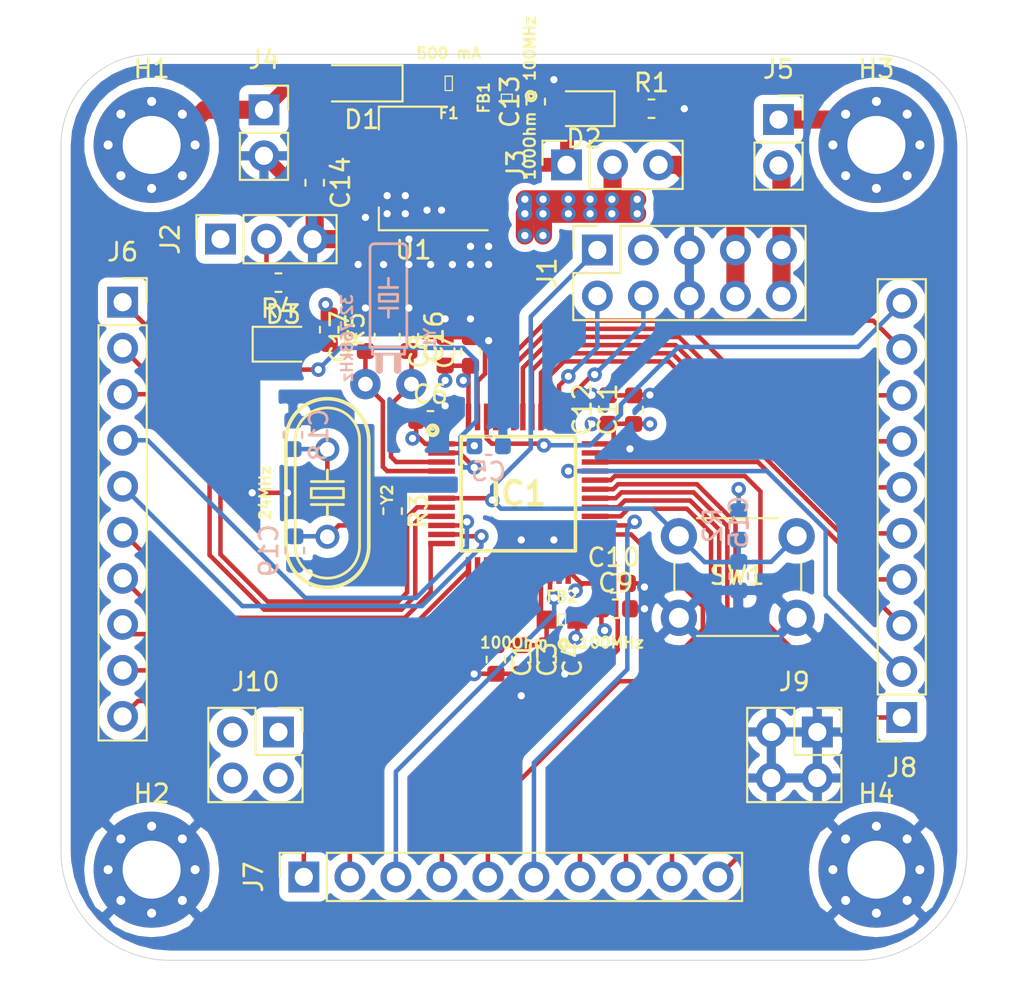
<source format=kicad_pcb>
(kicad_pcb (version 20171130) (host pcbnew 5.1.6+dfsg1-1)
  (layers (0 F.Cu signal) (1 In1.Cu power) (2 In2.Cu power) (31 B.Cu power) (34 B.Paste user) (35 F.Paste user) (36 B.SilkS user) (37 F.SilkS user) (38 B.Mask user) (39 F.Mask user) (44 Edge.Cuts user))
  (net 0 "")
  (net 1 +5V)
  (net 2 +3V3)
  (net 3 +3.3VA)
  (net 4 "Net-(D1-Pad1)")
  (net 5 "Net-(D2-Pad1)")
  (net 6 GND)
  (net 7 "Net-(C13-Pad1)")
  (net 8 +3.3VP)
  (net 9 NRST)
  (net 10 OSC32_IN)
  (net 11 OSC32_OUT)
  (net 12 OSC_IN)
  (net 13 "Net-(C19-Pad1)")
  (net 14 VCC)
  (net 15 "Net-(D3-Pad2)")
  (net 16 PC13)
  (net 17 "Net-(F1-Pad1)")
  (net 18 PB9)
  (net 19 BOOT0)
  (net 20 PB7)
  (net 21 PB6)
  (net 22 PB5)
  (net 23 PB4)
  (net 24 PB3)
  (net 25 PA15)
  (net 26 SWCLK)
  (net 27 SWDIO)
  (net 28 PA12)
  (net 29 PA11)
  (net 30 PA10)
  (net 31 PA9)
  (net 32 PA8)
  (net 33 PB15)
  (net 34 PB14)
  (net 35 PB13)
  (net 36 PB12)
  (net 37 PB11)
  (net 38 PB10)
  (net 39 PB2)
  (net 40 PB1)
  (net 41 PB0)
  (net 42 PA7)
  (net 43 PA6)
  (net 44 PA5)
  (net 45 PA4)
  (net 46 PA3)
  (net 47 PA2)
  (net 48 PA1)
  (net 49 PA0)
  (net 50 OSC_OUT)
  (net 51 +3V3S)
  (net 52 SWIW)
  (net 53 "Net-(J2-Pad2)")
  (module Diode_SMD:D_SOD-123 (layer F.Cu) (at 45.6 43.6 180)
    (fp_text reference D1 (at 0 -2) (layer F.SilkS))
    (fp_text value 1N5819)
    (pad 2 smd rect (at 1.65 0 180) (size 0.9 1.2) (layers F.Cu F.Paste F.Mask) (net 14 VCC))
    (pad 1 smd rect (at -1.65 0 180) (size 0.9 1.2) (layers F.Cu F.Paste F.Mask) (net 4 "Net-(D1-Pad1)"))
  )
  (module Capacitor_SMD:C_0603_1608Metric (layer F.Cu) (at 51.6 58.4 90)
    (fp_text reference C7 (at 0 -1.43 90) (layer F.SilkS))
    (fp_text value 10uF)
    (pad 2 smd roundrect (at 0.7875 0 90) (size 0.875 0.95) (layers F.Cu F.Paste F.Mask) (net 6 GND))
    (pad 1 smd roundrect (at -0.7875 0 90) (size 0.875 0.95) (layers F.Cu F.Paste F.Mask) (net 2 +3V3))
  )
  (module MountingHole:MountingHole_3.2mm_M3_Pad_Via (layer F.Cu) (at 74 87)
    (fp_text reference H4 (at 0 -4.2) (layer F.SilkS))
    (fp_text value MountingHole_Pad)
    (pad 1 thru_hole circle (at 1.697056 -1.697056) (size 0.8 0.8) (drill 0.5) (layers *.Cu *.Mask) (net 6 GND))
    (pad 1 thru_hole circle (at 0 -2.4) (size 0.8 0.8) (drill 0.5) (layers *.Cu *.Mask) (net 6 GND))
    (pad 1 thru_hole circle (at -1.697056 -1.697056) (size 0.8 0.8) (drill 0.5) (layers *.Cu *.Mask) (net 6 GND))
    (pad 1 thru_hole circle (at -2.4 0) (size 0.8 0.8) (drill 0.5) (layers *.Cu *.Mask) (net 6 GND))
    (pad 1 thru_hole circle (at -1.697056 1.697056) (size 0.8 0.8) (drill 0.5) (layers *.Cu *.Mask) (net 6 GND))
    (pad 1 thru_hole circle (at 0 2.4) (size 0.8 0.8) (drill 0.5) (layers *.Cu *.Mask) (net 6 GND))
    (pad 1 thru_hole circle (at 1.697056 1.697056) (size 0.8 0.8) (drill 0.5) (layers *.Cu *.Mask) (net 6 GND))
    (pad 1 thru_hole circle (at 2.4 0) (size 0.8 0.8) (drill 0.5) (layers *.Cu *.Mask) (net 6 GND))
    (pad 1 thru_hole circle (at 0 0) (size 6.4 6.4) (drill 3.2) (layers *.Cu *.Mask) (net 6 GND))
  )
  (module MountingHole:MountingHole_3.2mm_M3_Pad_Via (layer F.Cu) (at 74 47)
    (fp_text reference H3 (at 0 -4.2) (layer F.SilkS))
    (fp_text value MountingHole_Pad)
    (pad 1 thru_hole circle (at 1.697056 -1.697056) (size 0.8 0.8) (drill 0.5) (layers *.Cu *.Mask) (net 14 VCC))
    (pad 1 thru_hole circle (at 0 -2.4) (size 0.8 0.8) (drill 0.5) (layers *.Cu *.Mask) (net 14 VCC))
    (pad 1 thru_hole circle (at -1.697056 -1.697056) (size 0.8 0.8) (drill 0.5) (layers *.Cu *.Mask) (net 14 VCC))
    (pad 1 thru_hole circle (at -2.4 0) (size 0.8 0.8) (drill 0.5) (layers *.Cu *.Mask) (net 14 VCC))
    (pad 1 thru_hole circle (at -1.697056 1.697056) (size 0.8 0.8) (drill 0.5) (layers *.Cu *.Mask) (net 14 VCC))
    (pad 1 thru_hole circle (at 0 2.4) (size 0.8 0.8) (drill 0.5) (layers *.Cu *.Mask) (net 14 VCC))
    (pad 1 thru_hole circle (at 1.697056 1.697056) (size 0.8 0.8) (drill 0.5) (layers *.Cu *.Mask) (net 14 VCC))
    (pad 1 thru_hole circle (at 2.4 0) (size 0.8 0.8) (drill 0.5) (layers *.Cu *.Mask) (net 14 VCC))
    (pad 1 thru_hole circle (at 0 0) (size 6.4 6.4) (drill 3.2) (layers *.Cu *.Mask) (net 14 VCC))
  )
  (module Clocks:HC49U (layer F.Cu) (at 43.7 66.213 270)
    (fp_text reference Y2 (at 0.087 -3.3 90) (layer F.SilkS) (effects (font (size 0.6096 0.6096) (thickness 0.127))))
    (fp_text value 24MHz (at 0 3.429 90) (layer F.SilkS) (effects (font (size 0.6096 0.6096) (thickness 0.127))))
    (pad 2 thru_hole circle (at 2.413 0 270) (size 1.3208 1.3208) (drill 0.8128) (layers *.Cu *.Mask) (net 13 "Net-(C19-Pad1)"))
    (pad 1 thru_hole circle (at -2.413 0 270) (size 1.3208 1.3208) (drill 0.8128) (layers *.Cu *.Mask) (net 12 OSC_IN))
  )
  (module Clocks:CRYSTAL-PTH-2X6-CYL (layer B.Cu) (at 47.07 60.2 180)
    (fp_text reference Y1 (at -2.286 2.54 90) (layer B.SilkS) (effects (font (size 0.6096 0.6096) (thickness 0.127)) (justify mirror)))
    (fp_text value 32.768kHz (at 2.286 2.54 90) (layer B.SilkS) (effects (font (size 0.6096 0.6096) (thickness 0.127)) (justify mirror)))
    (pad 2 thru_hole circle (at 1.27 0 180) (size 1.6764 1.6764) (drill 0.8128) (layers *.Cu *.Mask) (net 11 OSC32_OUT))
    (pad 1 thru_hole circle (at -1.27 0 180) (size 1.6764 1.6764) (drill 0.8128) (layers *.Cu *.Mask) (net 10 OSC32_IN))
  )
  (module Package_TO_SOT_SMD:SOT-223-3_TabPin2 (layer F.Cu) (at 48.45 48.3 180)
    (fp_text reference U1 (at 0 -4.5) (layer F.SilkS))
    (fp_text value AMS1117-3.3)
    (pad 1 smd rect (at -3.15 -2.3 180) (size 2 1.5) (layers F.Cu F.Paste F.Mask) (net 6 GND))
    (pad 3 smd rect (at -3.15 2.3 180) (size 2 1.5) (layers F.Cu F.Paste F.Mask) (net 7 "Net-(C13-Pad1)"))
    (pad 2 smd rect (at -3.15 0 180) (size 2 1.5) (layers F.Cu F.Paste F.Mask) (net 8 +3.3VP))
    (pad 2 smd rect (at 3.15 0 180) (size 2 3.8) (layers F.Cu F.Paste F.Mask) (net 8 +3.3VP))
  )
  (module Button_Switch_THT:SW_PUSH_6mm_H5mm (layer F.Cu) (at 63.1 68.6)
    (fp_text reference SW1 (at 3.2107 2.1606) (layer F.SilkS))
    (fp_text value SW_Push)
    (pad 1 thru_hole circle (at 6.5 0 90) (size 2 2) (drill 1.1) (layers *.Cu *.Mask) (net 9 NRST))
    (pad 2 thru_hole circle (at 6.5 4.5 90) (size 2 2) (drill 1.1) (layers *.Cu *.Mask) (net 6 GND))
    (pad 1 thru_hole circle (at 0 0 90) (size 2 2) (drill 1.1) (layers *.Cu *.Mask) (net 9 NRST))
    (pad 2 thru_hole circle (at 0 4.5 90) (size 2 2) (drill 1.1) (layers *.Cu *.Mask) (net 6 GND))
  )
  (module Resistor_SMD:R_0603_1608Metric (layer F.Cu) (at 43.8 57.2 270)
    (fp_text reference R5 (at 0 -1.43 90) (layer F.SilkS))
    (fp_text value 2.2k)
    (pad 2 smd roundrect (at 0.7875 0 270) (size 0.875 0.95) (layers F.Cu F.Paste F.Mask) (net 15 "Net-(D3-Pad2)"))
    (pad 1 smd roundrect (at -0.7875 0 270) (size 0.875 0.95) (layers F.Cu F.Paste F.Mask) (net 2 +3V3))
  )
  (module Resistor_SMD:R_0603_1608Metric (layer F.Cu) (at 41 54.6 180)
    (fp_text reference R4 (at 0 -1.43) (layer F.SilkS))
    (fp_text value 10k)
    (pad 2 smd roundrect (at 0.7875 0 180) (size 0.875 0.95) (layers F.Cu F.Paste F.Mask) (net 53 "Net-(J2-Pad2)"))
    (pad 1 smd roundrect (at -0.7875 0 180) (size 0.875 0.95) (layers F.Cu F.Paste F.Mask) (net 19 BOOT0))
  )
  (module Resistor_SMD:R_0603_1608Metric (layer F.Cu) (at 47.3 67.2125 270)
    (fp_text reference R3 (at 0 -1.43 90) (layer F.SilkS))
    (fp_text value 330)
    (pad 2 smd roundrect (at 0.7875 0 270) (size 0.875 0.95) (layers F.Cu F.Paste F.Mask) (net 13 "Net-(C19-Pad1)"))
    (pad 1 smd roundrect (at -0.7875 0 270) (size 0.875 0.95) (layers F.Cu F.Paste F.Mask) (net 50 OSC_OUT))
  )
  (module Resistor_SMD:R_0603_1608Metric (layer B.Cu) (at 66.4 68 270)
    (fp_text reference R2 (at 0 1.43 270) (layer B.SilkS) (effects (justify mirror)))
    (fp_text value 10k)
    (pad 2 smd roundrect (at 0.7875 0 270) (size 0.875 0.95) (layers B.Cu B.Paste B.Mask) (net 9 NRST))
    (pad 1 smd roundrect (at -0.7875 0 270) (size 0.875 0.95) (layers B.Cu B.Paste B.Mask) (net 2 +3V3))
  )
  (module Resistor_SMD:R_0603_1608Metric (layer F.Cu) (at 61.5875 45)
    (fp_text reference R1 (at 0 -1.43) (layer F.SilkS))
    (fp_text value 2.2k)
    (pad 2 smd roundrect (at 0.7875 0) (size 0.875 0.95) (layers F.Cu F.Paste F.Mask) (net 6 GND))
    (pad 1 smd roundrect (at -0.7875 0) (size 0.875 0.95) (layers F.Cu F.Paste F.Mask) (net 5 "Net-(D2-Pad1)"))
  )
  (module Connector_PinSocket_2.54mm:PinSocket_2x02_P2.54mm_Vertical (layer F.Cu) (at 41 79.4)
    (fp_text reference J10 (at -1.27 -2.77) (layer F.SilkS))
    (fp_text value Conn_02x02_Top_Bottom)
    (pad 4 thru_hole oval (at -2.54 2.54) (size 1.7 1.7) (drill 1) (layers *.Cu *.Mask) (net 2 +3V3))
    (pad 3 thru_hole oval (at 0 2.54) (size 1.7 1.7) (drill 1) (layers *.Cu *.Mask) (net 2 +3V3))
    (pad 2 thru_hole oval (at -2.54 0) (size 1.7 1.7) (drill 1) (layers *.Cu *.Mask) (net 2 +3V3))
    (pad 1 thru_hole rect (at 0 0) (size 1.7 1.7) (drill 1) (layers *.Cu *.Mask) (net 2 +3V3))
  )
  (module Connector_PinSocket_2.54mm:PinSocket_2x02_P2.54mm_Vertical (layer F.Cu) (at 70.74 79.4)
    (fp_text reference J9 (at -1.27 -2.77) (layer F.SilkS))
    (fp_text value Conn_02x02_Top_Bottom)
    (pad 4 thru_hole oval (at -2.54 2.54) (size 1.7 1.7) (drill 1) (layers *.Cu *.Mask) (net 6 GND))
    (pad 3 thru_hole oval (at 0 2.54) (size 1.7 1.7) (drill 1) (layers *.Cu *.Mask) (net 6 GND))
    (pad 2 thru_hole oval (at -2.54 0) (size 1.7 1.7) (drill 1) (layers *.Cu *.Mask) (net 6 GND))
    (pad 1 thru_hole rect (at 0 0) (size 1.7 1.7) (drill 1) (layers *.Cu *.Mask) (net 6 GND))
  )
  (module Connector_PinSocket_2.54mm:PinSocket_1x10_P2.54mm_Vertical (layer F.Cu) (at 75.4 78.6 180)
    (fp_text reference J8 (at 0 -2.77) (layer F.SilkS))
    (fp_text value Conn_01x10_Male)
    (pad 10 thru_hole oval (at 0 22.86 180) (size 1.7 1.7) (drill 1) (layers *.Cu *.Mask) (net 18 PB9))
    (pad 9 thru_hole oval (at 0 20.32 180) (size 1.7 1.7) (drill 1) (layers *.Cu *.Mask) (net 20 PB7))
    (pad 8 thru_hole oval (at 0 17.78 180) (size 1.7 1.7) (drill 1) (layers *.Cu *.Mask) (net 21 PB6))
    (pad 7 thru_hole oval (at 0 15.24 180) (size 1.7 1.7) (drill 1) (layers *.Cu *.Mask) (net 22 PB5))
    (pad 6 thru_hole oval (at 0 12.7 180) (size 1.7 1.7) (drill 1) (layers *.Cu *.Mask) (net 23 PB4))
    (pad 5 thru_hole oval (at 0 10.16 180) (size 1.7 1.7) (drill 1) (layers *.Cu *.Mask) (net 24 PB3))
    (pad 4 thru_hole oval (at 0 7.62 180) (size 1.7 1.7) (drill 1) (layers *.Cu *.Mask) (net 25 PA15))
    (pad 3 thru_hole oval (at 0 5.08 180) (size 1.7 1.7) (drill 1) (layers *.Cu *.Mask) (net 28 PA12))
    (pad 2 thru_hole oval (at 0 2.54 180) (size 1.7 1.7) (drill 1) (layers *.Cu *.Mask) (net 29 PA11))
    (pad 1 thru_hole rect (at 0 0 180) (size 1.7 1.7) (drill 1) (layers *.Cu *.Mask) (net 30 PA10))
  )
  (module Connector_PinSocket_2.54mm:PinSocket_1x10_P2.54mm_Vertical (layer F.Cu) (at 42.4 87.4 90)
    (fp_text reference J7 (at 0 -2.77 90) (layer F.SilkS))
    (fp_text value Conn_01x10_Male)
    (pad 10 thru_hole oval (at 0 22.86 90) (size 1.7 1.7) (drill 1) (layers *.Cu *.Mask) (net 31 PA9))
    (pad 9 thru_hole oval (at 0 20.32 90) (size 1.7 1.7) (drill 1) (layers *.Cu *.Mask) (net 32 PA8))
    (pad 8 thru_hole oval (at 0 17.78 90) (size 1.7 1.7) (drill 1) (layers *.Cu *.Mask) (net 33 PB15))
    (pad 7 thru_hole oval (at 0 15.24 90) (size 1.7 1.7) (drill 1) (layers *.Cu *.Mask) (net 34 PB14))
    (pad 6 thru_hole oval (at 0 12.7 90) (size 1.7 1.7) (drill 1) (layers *.Cu *.Mask) (net 35 PB13))
    (pad 5 thru_hole oval (at 0 10.16 90) (size 1.7 1.7) (drill 1) (layers *.Cu *.Mask) (net 36 PB12))
    (pad 4 thru_hole oval (at 0 7.62 90) (size 1.7 1.7) (drill 1) (layers *.Cu *.Mask) (net 37 PB11))
    (pad 3 thru_hole oval (at 0 5.08 90) (size 1.7 1.7) (drill 1) (layers *.Cu *.Mask) (net 38 PB10))
    (pad 2 thru_hole oval (at 0 2.54 90) (size 1.7 1.7) (drill 1) (layers *.Cu *.Mask) (net 39 PB2))
    (pad 1 thru_hole rect (at 0 0 90) (size 1.7 1.7) (drill 1) (layers *.Cu *.Mask) (net 40 PB1))
  )
  (module Connector_PinSocket_2.54mm:PinSocket_1x10_P2.54mm_Vertical (layer F.Cu) (at 32.4 55.68)
    (fp_text reference J6 (at 0 -2.77) (layer F.SilkS))
    (fp_text value Conn_01x10_Male)
    (pad 10 thru_hole oval (at 0 22.86) (size 1.7 1.7) (drill 1) (layers *.Cu *.Mask) (net 41 PB0))
    (pad 9 thru_hole oval (at 0 20.32) (size 1.7 1.7) (drill 1) (layers *.Cu *.Mask) (net 42 PA7))
    (pad 8 thru_hole oval (at 0 17.78) (size 1.7 1.7) (drill 1) (layers *.Cu *.Mask) (net 43 PA6))
    (pad 7 thru_hole oval (at 0 15.24) (size 1.7 1.7) (drill 1) (layers *.Cu *.Mask) (net 44 PA5))
    (pad 6 thru_hole oval (at 0 12.7) (size 1.7 1.7) (drill 1) (layers *.Cu *.Mask) (net 45 PA4))
    (pad 5 thru_hole oval (at 0 10.16) (size 1.7 1.7) (drill 1) (layers *.Cu *.Mask) (net 46 PA3))
    (pad 4 thru_hole oval (at 0 7.62) (size 1.7 1.7) (drill 1) (layers *.Cu *.Mask) (net 47 PA2))
    (pad 3 thru_hole oval (at 0 5.08) (size 1.7 1.7) (drill 1) (layers *.Cu *.Mask) (net 48 PA1))
    (pad 2 thru_hole oval (at 0 2.54) (size 1.7 1.7) (drill 1) (layers *.Cu *.Mask) (net 49 PA0))
    (pad 1 thru_hole rect (at 0 0) (size 1.7 1.7) (drill 1) (layers *.Cu *.Mask) (net 16 PC13))
  )
  (module Connector_PinSocket_2.54mm:PinSocket_1x02_P2.54mm_Vertical (layer F.Cu) (at 68.6 45.6)
    (fp_text reference J5 (at 0 -2.77) (layer F.SilkS))
    (fp_text value Conn_01x02_Male)
    (pad 2 thru_hole oval (at 0 2.54) (size 1.7 1.7) (drill 1) (layers *.Cu *.Mask) (net 1 +5V))
    (pad 1 thru_hole rect (at 0 0) (size 1.7 1.7) (drill 1) (layers *.Cu *.Mask) (net 14 VCC))
  )
  (module Connector_PinSocket_2.54mm:PinSocket_1x02_P2.54mm_Vertical (layer F.Cu) (at 40.2 45.06)
    (fp_text reference J4 (at 0 -2.77) (layer F.SilkS))
    (fp_text value Conn_01x02_Male)
    (pad 2 thru_hole oval (at 0 2.54) (size 1.7 1.7) (drill 1) (layers *.Cu *.Mask) (net 6 GND))
    (pad 1 thru_hole rect (at 0 0) (size 1.7 1.7) (drill 1) (layers *.Cu *.Mask) (net 14 VCC))
  )
  (module Connector_PinSocket_2.54mm:PinSocket_1x03_P2.54mm_Vertical (layer F.Cu) (at 56.9 48.1 90)
    (fp_text reference J3 (at 0 -2.77 90) (layer F.SilkS))
    (fp_text value Conn_01x03_Male)
    (pad 3 thru_hole oval (at 0 5.08 90) (size 1.7 1.7) (drill 1) (layers *.Cu *.Mask) (net 51 +3V3S))
    (pad 2 thru_hole oval (at 0 2.54 90) (size 1.7 1.7) (drill 1) (layers *.Cu *.Mask) (net 2 +3V3))
    (pad 1 thru_hole rect (at 0 0 90) (size 1.7 1.7) (drill 1) (layers *.Cu *.Mask) (net 8 +3.3VP))
  )
  (module Connector_PinSocket_2.54mm:PinSocket_1x03_P2.54mm_Vertical (layer F.Cu) (at 37.8 52.2 90)
    (fp_text reference J2 (at 0 -2.77 90) (layer F.SilkS))
    (fp_text value Conn_01x03_Male)
    (pad 3 thru_hole oval (at 0 5.08 90) (size 1.7 1.7) (drill 1) (layers *.Cu *.Mask) (net 6 GND))
    (pad 2 thru_hole oval (at 0 2.54 90) (size 1.7 1.7) (drill 1) (layers *.Cu *.Mask) (net 53 "Net-(J2-Pad2)"))
    (pad 1 thru_hole rect (at 0 0 90) (size 1.7 1.7) (drill 1) (layers *.Cu *.Mask) (net 2 +3V3))
  )
  (module Connector_PinSocket_2.54mm:PinSocket_2x05_P2.54mm_Vertical (layer F.Cu) (at 58.6 52.8 90)
    (fp_text reference J1 (at -1.27 -2.77 90) (layer F.SilkS))
    (fp_text value Conn_02x05_Odd_Even)
    (pad 10 thru_hole oval (at -2.54 10.16 90) (size 1.7 1.7) (drill 1) (layers *.Cu *.Mask) (net 1 +5V))
    (pad 9 thru_hole oval (at 0 10.16 90) (size 1.7 1.7) (drill 1) (layers *.Cu *.Mask) (net 1 +5V))
    (pad 8 thru_hole oval (at -2.54 7.62 90) (size 1.7 1.7) (drill 1) (layers *.Cu *.Mask) (net 51 +3V3S))
    (pad 7 thru_hole oval (at 0 7.62 90) (size 1.7 1.7) (drill 1) (layers *.Cu *.Mask) (net 51 +3V3S))
    (pad 6 thru_hole oval (at -2.54 5.08 90) (size 1.7 1.7) (drill 1) (layers *.Cu *.Mask) (net 6 GND))
    (pad 5 thru_hole oval (at 0 5.08 90) (size 1.7 1.7) (drill 1) (layers *.Cu *.Mask) (net 6 GND))
    (pad 4 thru_hole oval (at -2.54 2.54 90) (size 1.7 1.7) (drill 1) (layers *.Cu *.Mask) (net 27 SWDIO))
    (pad 3 thru_hole oval (at 0 2.54 90) (size 1.7 1.7) (drill 1) (layers *.Cu *.Mask) (net 52 SWIW))
    (pad 2 thru_hole oval (at -2.54 0 90) (size 1.7 1.7) (drill 1) (layers *.Cu *.Mask) (net 26 SWCLK))
    (pad 1 thru_hole rect (at 0 0 90) (size 1.7 1.7) (drill 1) (layers *.Cu *.Mask) (net 9 NRST))
  )
  (module STM32G431C6T6:QFP50P900X900X160-48N (layer F.Cu) (at 54.238 66.25)
    (fp_text reference IC1 (at 0 0) (layer F.SilkS) (effects (font (size 1.27 1.27) (thickness 0.254))))
    (fp_text value STM32G431C6T6-STM32G431C6T6 hide)
    (pad 48 smd rect (at -2.75 -4.238) (size 0.3 1.475) (layers F.Cu F.Paste F.Mask) (net 2 +3V3))
    (pad 47 smd rect (at -2.25 -4.238) (size 0.3 1.475) (layers F.Cu F.Paste F.Mask) (net 6 GND))
    (pad 46 smd rect (at -1.75 -4.238) (size 0.3 1.475) (layers F.Cu F.Paste F.Mask) (net 18 PB9))
    (pad 45 smd rect (at -1.25 -4.238) (size 0.3 1.475) (layers F.Cu F.Paste F.Mask) (net 19 BOOT0))
    (pad 44 smd rect (at -0.75 -4.238) (size 0.3 1.475) (layers F.Cu F.Paste F.Mask) (net 20 PB7))
    (pad 43 smd rect (at -0.25 -4.238) (size 0.3 1.475) (layers F.Cu F.Paste F.Mask) (net 21 PB6))
    (pad 42 smd rect (at 0.25 -4.238) (size 0.3 1.475) (layers F.Cu F.Paste F.Mask) (net 22 PB5))
    (pad 41 smd rect (at 0.75 -4.238) (size 0.3 1.475) (layers F.Cu F.Paste F.Mask) (net 23 PB4))
    (pad 40 smd rect (at 1.25 -4.238) (size 0.3 1.475) (layers F.Cu F.Paste F.Mask) (net 24 PB3))
    (pad 39 smd rect (at 1.75 -4.238) (size 0.3 1.475) (layers F.Cu F.Paste F.Mask) (net 25 PA15))
    (pad 38 smd rect (at 2.25 -4.238) (size 0.3 1.475) (layers F.Cu F.Paste F.Mask) (net 26 SWCLK))
    (pad 37 smd rect (at 2.75 -4.238) (size 0.3 1.475) (layers F.Cu F.Paste F.Mask) (net 27 SWDIO))
    (pad 36 smd rect (at 4.238 -2.75 90) (size 0.3 1.475) (layers F.Cu F.Paste F.Mask) (net 2 +3V3))
    (pad 35 smd rect (at 4.238 -2.25 90) (size 0.3 1.475) (layers F.Cu F.Paste F.Mask) (net 6 GND))
    (pad 34 smd rect (at 4.238 -1.75 90) (size 0.3 1.475) (layers F.Cu F.Paste F.Mask) (net 28 PA12))
    (pad 33 smd rect (at 4.238 -1.25 90) (size 0.3 1.475) (layers F.Cu F.Paste F.Mask) (net 29 PA11))
    (pad 32 smd rect (at 4.238 -0.75 90) (size 0.3 1.475) (layers F.Cu F.Paste F.Mask) (net 30 PA10))
    (pad 31 smd rect (at 4.238 -0.25 90) (size 0.3 1.475) (layers F.Cu F.Paste F.Mask) (net 31 PA9))
    (pad 30 smd rect (at 4.238 0.25 90) (size 0.3 1.475) (layers F.Cu F.Paste F.Mask) (net 32 PA8))
    (pad 29 smd rect (at 4.238 0.75 90) (size 0.3 1.475) (layers F.Cu F.Paste F.Mask) (net 33 PB15))
    (pad 28 smd rect (at 4.238 1.25 90) (size 0.3 1.475) (layers F.Cu F.Paste F.Mask) (net 34 PB14))
    (pad 27 smd rect (at 4.238 1.75 90) (size 0.3 1.475) (layers F.Cu F.Paste F.Mask) (net 35 PB13))
    (pad 26 smd rect (at 4.238 2.25 90) (size 0.3 1.475) (layers F.Cu F.Paste F.Mask) (net 36 PB12))
    (pad 25 smd rect (at 4.238 2.75 90) (size 0.3 1.475) (layers F.Cu F.Paste F.Mask) (net 37 PB11))
    (pad 24 smd rect (at 2.75 4.238) (size 0.3 1.475) (layers F.Cu F.Paste F.Mask) (net 2 +3V3))
    (pad 23 smd rect (at 2.25 4.238) (size 0.3 1.475) (layers F.Cu F.Paste F.Mask) (net 6 GND))
    (pad 22 smd rect (at 1.75 4.238) (size 0.3 1.475) (layers F.Cu F.Paste F.Mask) (net 38 PB10))
    (pad 21 smd rect (at 1.25 4.238) (size 0.3 1.475) (layers F.Cu F.Paste F.Mask) (net 3 +3.3VA))
    (pad 20 smd rect (at 0.75 4.238) (size 0.3 1.475) (layers F.Cu F.Paste F.Mask) (net 3 +3.3VA))
    (pad 19 smd rect (at 0.25 4.238) (size 0.3 1.475) (layers F.Cu F.Paste F.Mask) (net 6 GND))
    (pad 18 smd rect (at -0.25 4.238) (size 0.3 1.475) (layers F.Cu F.Paste F.Mask) (net 39 PB2))
    (pad 17 smd rect (at -0.75 4.238) (size 0.3 1.475) (layers F.Cu F.Paste F.Mask) (net 40 PB1))
    (pad 16 smd rect (at -1.25 4.238) (size 0.3 1.475) (layers F.Cu F.Paste F.Mask) (net 41 PB0))
    (pad 15 smd rect (at -1.75 4.238) (size 0.3 1.475) (layers F.Cu F.Paste F.Mask) (net 42 PA7))
    (pad 14 smd rect (at -2.25 4.238) (size 0.3 1.475) (layers F.Cu F.Paste F.Mask) (net 43 PA6))
    (pad 13 smd rect (at -2.75 4.238) (size 0.3 1.475) (layers F.Cu F.Paste F.Mask) (net 44 PA5))
    (pad 12 smd rect (at -4.238 2.75 90) (size 0.3 1.475) (layers F.Cu F.Paste F.Mask) (net 45 PA4))
    (pad 11 smd rect (at -4.238 2.25 90) (size 0.3 1.475) (layers F.Cu F.Paste F.Mask) (net 46 PA3))
    (pad 10 smd rect (at -4.238 1.75 90) (size 0.3 1.475) (layers F.Cu F.Paste F.Mask) (net 47 PA2))
    (pad 9 smd rect (at -4.238 1.25 90) (size 0.3 1.475) (layers F.Cu F.Paste F.Mask) (net 48 PA1))
    (pad 8 smd rect (at -4.238 0.75 90) (size 0.3 1.475) (layers F.Cu F.Paste F.Mask) (net 49 PA0))
    (pad 7 smd rect (at -4.238 0.25 90) (size 0.3 1.475) (layers F.Cu F.Paste F.Mask) (net 9 NRST))
    (pad 6 smd rect (at -4.238 -0.25 90) (size 0.3 1.475) (layers F.Cu F.Paste F.Mask) (net 50 OSC_OUT))
    (pad 5 smd rect (at -4.238 -0.75 90) (size 0.3 1.475) (layers F.Cu F.Paste F.Mask) (net 12 OSC_IN))
    (pad 4 smd rect (at -4.238 -1.25 90) (size 0.3 1.475) (layers F.Cu F.Paste F.Mask) (net 11 OSC32_OUT))
    (pad 3 smd rect (at -4.238 -1.75 90) (size 0.3 1.475) (layers F.Cu F.Paste F.Mask) (net 10 OSC32_IN))
    (pad 2 smd rect (at -4.238 -2.25 90) (size 0.3 1.475) (layers F.Cu F.Paste F.Mask) (net 16 PC13))
    (pad 1 smd rect (at -4.238 -2.75 90) (size 0.3 1.475) (layers F.Cu F.Paste F.Mask) (net 2 +3V3))
  )
  (module MountingHole:MountingHole_3.2mm_M3_Pad_Via (layer F.Cu) (at 34 87)
    (fp_text reference H2 (at 0 -4.2) (layer F.SilkS))
    (fp_text value MountingHole_Pad)
    (pad 1 thru_hole circle (at 1.697056 -1.697056) (size 0.8 0.8) (drill 0.5) (layers *.Cu *.Mask) (net 6 GND))
    (pad 1 thru_hole circle (at 0 -2.4) (size 0.8 0.8) (drill 0.5) (layers *.Cu *.Mask) (net 6 GND))
    (pad 1 thru_hole circle (at -1.697056 -1.697056) (size 0.8 0.8) (drill 0.5) (layers *.Cu *.Mask) (net 6 GND))
    (pad 1 thru_hole circle (at -2.4 0) (size 0.8 0.8) (drill 0.5) (layers *.Cu *.Mask) (net 6 GND))
    (pad 1 thru_hole circle (at -1.697056 1.697056) (size 0.8 0.8) (drill 0.5) (layers *.Cu *.Mask) (net 6 GND))
    (pad 1 thru_hole circle (at 0 2.4) (size 0.8 0.8) (drill 0.5) (layers *.Cu *.Mask) (net 6 GND))
    (pad 1 thru_hole circle (at 1.697056 1.697056) (size 0.8 0.8) (drill 0.5) (layers *.Cu *.Mask) (net 6 GND))
    (pad 1 thru_hole circle (at 2.4 0) (size 0.8 0.8) (drill 0.5) (layers *.Cu *.Mask) (net 6 GND))
    (pad 1 thru_hole circle (at 0 0) (size 6.4 6.4) (drill 3.2) (layers *.Cu *.Mask) (net 6 GND))
  )
  (module MountingHole:MountingHole_3.2mm_M3_Pad_Via (layer F.Cu) (at 34 47)
    (fp_text reference H1 (at 0 -4.2) (layer F.SilkS))
    (fp_text value MountingHole_Pad)
    (pad 1 thru_hole circle (at 1.697056 -1.697056) (size 0.8 0.8) (drill 0.5) (layers *.Cu *.Mask) (net 14 VCC))
    (pad 1 thru_hole circle (at 0 -2.4) (size 0.8 0.8) (drill 0.5) (layers *.Cu *.Mask) (net 14 VCC))
    (pad 1 thru_hole circle (at -1.697056 -1.697056) (size 0.8 0.8) (drill 0.5) (layers *.Cu *.Mask) (net 14 VCC))
    (pad 1 thru_hole circle (at -2.4 0) (size 0.8 0.8) (drill 0.5) (layers *.Cu *.Mask) (net 14 VCC))
    (pad 1 thru_hole circle (at -1.697056 1.697056) (size 0.8 0.8) (drill 0.5) (layers *.Cu *.Mask) (net 14 VCC))
    (pad 1 thru_hole circle (at 0 2.4) (size 0.8 0.8) (drill 0.5) (layers *.Cu *.Mask) (net 14 VCC))
    (pad 1 thru_hole circle (at 1.697056 1.697056) (size 0.8 0.8) (drill 0.5) (layers *.Cu *.Mask) (net 14 VCC))
    (pad 1 thru_hole circle (at 2.4 0) (size 0.8 0.8) (drill 0.5) (layers *.Cu *.Mask) (net 14 VCC))
    (pad 1 thru_hole circle (at 0 0) (size 6.4 6.4) (drill 3.2) (layers *.Cu *.Mask) (net 14 VCC))
  )
  (module Resistors:0603 (layer F.Cu) (at 56.64836 73.2)
    (fp_text reference FB2 (at 0 -1.27) (layer F.SilkS) (effects (font (size 0.6096 0.6096) (thickness 0.127))))
    (fp_text value "100Ohm @ 100MHz" (at 0 1.27) (layer F.SilkS) (effects (font (size 0.6096 0.6096) (thickness 0.127))))
    (pad 2 smd rect (at 0.84836 0) (size 1.09982 0.99822) (layers F.Cu F.Paste F.Mask) (net 2 +3V3))
    (pad 1 smd rect (at -0.84836 0) (size 1.09982 0.99822) (layers F.Cu F.Paste F.Mask) (net 3 +3.3VA))
  )
  (module Resistors:0603 (layer F.Cu) (at 53.6 44.4 90)
    (fp_text reference FB1 (at 0 -1.27 90) (layer F.SilkS) (effects (font (size 0.6096 0.6096) (thickness 0.127))))
    (fp_text value "100Ohm @ 100MHz" (at 0 1.27 90) (layer F.SilkS) (effects (font (size 0.6096 0.6096) (thickness 0.127))))
    (pad 2 smd rect (at 0.84836 0 90) (size 1.09982 0.99822) (layers F.Cu F.Paste F.Mask) (net 17 "Net-(F1-Pad1)"))
    (pad 1 smd rect (at -0.84836 0 90) (size 1.09982 0.99822) (layers F.Cu F.Paste F.Mask) (net 7 "Net-(C13-Pad1)"))
  )
  (module Resistors:1206 (layer F.Cu) (at 50.39954 43.6 180)
    (fp_text reference F1 (at 0 -1.651) (layer F.SilkS) (effects (font (size 0.6096 0.6096) (thickness 0.127))))
    (fp_text value "500 mA" (at 0 1.651) (layer F.SilkS) (effects (font (size 0.6096 0.6096) (thickness 0.127))))
    (pad 2 smd rect (at 1.39954 0 180) (size 1.59766 1.79832) (layers F.Cu F.Paste F.Mask) (net 4 "Net-(D1-Pad1)"))
    (pad 1 smd rect (at -1.39954 0 180) (size 1.59766 1.79832) (layers F.Cu F.Paste F.Mask) (net 17 "Net-(F1-Pad1)"))
  )
  (module LED_SMD:LED_0805_2012Metric (layer F.Cu) (at 41.2625 58)
    (fp_text reference D3 (at 0 -1.65) (layer F.SilkS))
    (fp_text value LED)
    (pad 2 smd roundrect (at 0.9375 0) (size 0.975 1.4) (layers F.Cu F.Paste F.Mask) (net 15 "Net-(D3-Pad2)"))
    (pad 1 smd roundrect (at -0.9375 0) (size 0.975 1.4) (layers F.Cu F.Paste F.Mask) (net 16 PC13))
  )
  (module LED_SMD:LED_0805_2012Metric (layer F.Cu) (at 57.8625 45 180)
    (fp_text reference D2 (at 0 -1.65) (layer F.SilkS))
    (fp_text value LED)
    (pad 2 smd roundrect (at 0.9375 0 180) (size 0.975 1.4) (layers F.Cu F.Paste F.Mask) (net 8 +3.3VP))
    (pad 1 smd roundrect (at -0.9375 0 180) (size 0.975 1.4) (layers F.Cu F.Paste F.Mask) (net 5 "Net-(D2-Pad1)"))
  )
  (module Capacitor_SMD:C_0603_1608Metric (layer B.Cu) (at 41.9 69.3875 270)
    (fp_text reference C19 (at 0 1.43 270) (layer B.SilkS) (effects (justify mirror)))
    (fp_text value 20pF)
    (pad 2 smd roundrect (at 0.7875 0 270) (size 0.875 0.95) (layers B.Cu B.Paste B.Mask) (net 6 GND))
    (pad 1 smd roundrect (at -0.7875 0 270) (size 0.875 0.95) (layers B.Cu B.Paste B.Mask) (net 13 "Net-(C19-Pad1)"))
  )
  (module Capacitor_SMD:C_0603_1608Metric (layer B.Cu) (at 41.8 63 90)
    (fp_text reference C18 (at 0 1.43 90) (layer B.SilkS) (effects (justify mirror)))
    (fp_text value 20pF)
    (pad 2 smd roundrect (at 0.7875 0 90) (size 0.875 0.95) (layers B.Cu B.Paste B.Mask) (net 6 GND))
    (pad 1 smd roundrect (at -0.7875 0 90) (size 0.875 0.95) (layers B.Cu B.Paste B.Mask) (net 12 OSC_IN))
  )
  (module Capacitor_SMD:C_0603_1608Metric (layer F.Cu) (at 45.8 57.5875 90)
    (fp_text reference C17 (at 0 -1.43 90) (layer F.SilkS))
    (fp_text value 6.8pF)
    (pad 2 smd roundrect (at 0.7875 0 90) (size 0.875 0.95) (layers F.Cu F.Paste F.Mask) (net 6 GND))
    (pad 1 smd roundrect (at -0.7875 0 90) (size 0.875 0.95) (layers F.Cu F.Paste F.Mask) (net 11 OSC32_OUT))
  )
  (module Capacitor_SMD:C_0603_1608Metric (layer F.Cu) (at 48.2 57.5875 90)
    (fp_text reference C16 (at 0 1.4 90) (layer F.SilkS))
    (fp_text value 6.8pF)
    (pad 2 smd roundrect (at 0.7875 0 90) (size 0.875 0.95) (layers F.Cu F.Paste F.Mask) (net 6 GND))
    (pad 1 smd roundrect (at -0.7875 0 90) (size 0.875 0.95) (layers F.Cu F.Paste F.Mask) (net 10 OSC32_IN))
  )
  (module Capacitor_SMD:C_0603_1608Metric (layer B.Cu) (at 66.4 70.8 270)
    (fp_text reference C15 (at -2.9875 0 270) (layer B.SilkS) (effects (justify mirror)))
    (fp_text value 100nF)
    (pad 2 smd roundrect (at 0.7875 0 270) (size 0.875 0.95) (layers B.Cu B.Paste B.Mask) (net 6 GND))
    (pad 1 smd roundrect (at -0.7875 0 270) (size 0.875 0.95) (layers B.Cu B.Paste B.Mask) (net 9 NRST))
  )
  (module Capacitor_SMD:C_0603_1608Metric (layer F.Cu) (at 43 49.0875 270)
    (fp_text reference C14 (at 0 -1.43 90) (layer F.SilkS))
    (fp_text value 10u)
    (pad 2 smd roundrect (at 0.7875 0 270) (size 0.875 0.95) (layers F.Cu F.Paste F.Mask) (net 6 GND))
    (pad 1 smd roundrect (at -0.7875 0 270) (size 0.875 0.95) (layers F.Cu F.Paste F.Mask) (net 8 +3.3VP))
  )
  (module Capacitor_SMD:C_0603_1608Metric (layer F.Cu) (at 55.2 44.6125 90)
    (fp_text reference C13 (at 0 -1.43 90) (layer F.SilkS))
    (fp_text value 10u)
    (pad 2 smd roundrect (at 0.7875 0 90) (size 0.875 0.95) (layers F.Cu F.Paste F.Mask) (net 6 GND))
    (pad 1 smd roundrect (at -0.7875 0 90) (size 0.875 0.95) (layers F.Cu F.Paste F.Mask) (net 7 "Net-(C13-Pad1)"))
  )
  (module Capacitor_SMD:C_0603_1608Metric (layer F.Cu) (at 59.2 61.6 90)
    (fp_text reference C12 (at 0 -1.43 90) (layer F.SilkS))
    (fp_text value 100nF)
    (pad 2 smd roundrect (at 0.7875 0 90) (size 0.875 0.95) (layers F.Cu F.Paste F.Mask) (net 6 GND))
    (pad 1 smd roundrect (at -0.7875 0 90) (size 0.875 0.95) (layers F.Cu F.Paste F.Mask) (net 2 +3V3))
  )
  (module Capacitor_SMD:C_0603_1608Metric (layer F.Cu) (at 60.6 61.6125 90)
    (fp_text reference C11 (at 0 -1.43 90) (layer F.SilkS))
    (fp_text value 10uF)
    (pad 2 smd roundrect (at 0.7875 0 90) (size 0.875 0.95) (layers F.Cu F.Paste F.Mask) (net 6 GND))
    (pad 1 smd roundrect (at -0.7875 0 90) (size 0.875 0.95) (layers F.Cu F.Paste F.Mask) (net 2 +3V3))
  )
  (module Capacitor_SMD:C_0603_1608Metric (layer F.Cu) (at 59.5 71.2)
    (fp_text reference C10 (at 0 -1.43) (layer F.SilkS))
    (fp_text value 100nF)
    (pad 2 smd roundrect (at 0.7875 0) (size 0.875 0.95) (layers F.Cu F.Paste F.Mask) (net 6 GND))
    (pad 1 smd roundrect (at -0.7875 0) (size 0.875 0.95) (layers F.Cu F.Paste F.Mask) (net 2 +3V3))
  )
  (module Capacitor_SMD:C_0603_1608Metric (layer F.Cu) (at 59.6125 72.6)
    (fp_text reference C9 (at 0 -1.43) (layer F.SilkS))
    (fp_text value 10uF)
    (pad 2 smd roundrect (at 0.7875 0) (size 0.875 0.95) (layers F.Cu F.Paste F.Mask) (net 6 GND))
    (pad 1 smd roundrect (at -0.7875 0) (size 0.875 0.95) (layers F.Cu F.Paste F.Mask) (net 2 +3V3))
  )
  (module Capacitor_SMD:C_0603_1608Metric (layer F.Cu) (at 50.2 58.3875 90)
    (fp_text reference C8 (at 0 -1.43 90) (layer F.SilkS))
    (fp_text value 100nF)
    (pad 2 smd roundrect (at 0.7875 0 90) (size 0.875 0.95) (layers F.Cu F.Paste F.Mask) (net 6 GND))
    (pad 1 smd roundrect (at -0.7875 0 90) (size 0.875 0.95) (layers F.Cu F.Paste F.Mask) (net 2 +3V3))
  )
  (module Capacitor_SMD:C_0603_1608Metric (layer F.Cu) (at 49.3875 62.2)
    (fp_text reference C6 (at 0 -1.43) (layer F.SilkS))
    (fp_text value 100nF)
    (pad 2 smd roundrect (at 0.7875 0) (size 0.875 0.95) (layers F.Cu F.Paste F.Mask) (net 6 GND))
    (pad 1 smd roundrect (at -0.7875 0) (size 0.875 0.95) (layers F.Cu F.Paste F.Mask) (net 2 +3V3))
  )
  (module Capacitor_SMD:C_0603_1608Metric (layer B.Cu) (at 52.6 63.6)
    (fp_text reference C5 (at 0 1.43) (layer B.SilkS) (effects (justify mirror)))
    (fp_text value 10uF)
    (pad 2 smd roundrect (at 0.7875 0) (size 0.875 0.95) (layers B.Cu B.Paste B.Mask) (net 6 GND))
    (pad 1 smd roundrect (at -0.7875 0) (size 0.875 0.95) (layers B.Cu B.Paste B.Mask) (net 2 +3V3))
  )
  (module Capacitor_SMD:C_0603_1608Metric (layer F.Cu) (at 55.8 75.4 270)
    (fp_text reference C4 (at 0 -1.43 90) (layer F.SilkS))
    (fp_text value 100nF)
    (pad 2 smd roundrect (at 0.7875 0 270) (size 0.875 0.95) (layers F.Cu F.Paste F.Mask) (net 6 GND))
    (pad 1 smd roundrect (at -0.7875 0 270) (size 0.875 0.95) (layers F.Cu F.Paste F.Mask) (net 3 +3.3VA))
  )
  (module Capacitor_SMD:C_0603_1608Metric (layer F.Cu) (at 54.4 75.4 270)
    (fp_text reference C3 (at 0 -1.43 90) (layer F.SilkS))
    (fp_text value 1uF)
    (pad 2 smd roundrect (at 0.7875 0 270) (size 0.875 0.95) (layers F.Cu F.Paste F.Mask) (net 6 GND))
    (pad 1 smd roundrect (at -0.7875 0 270) (size 0.875 0.95) (layers F.Cu F.Paste F.Mask) (net 3 +3.3VA))
  )
  (module Capacitor_SMD:C_0603_1608Metric (layer F.Cu) (at 53 75.4 270)
    (fp_text reference C1 (at 0 -1.43 90) (layer F.SilkS))
    (fp_text value 1uF)
    (pad 2 smd roundrect (at 0.7875 0 270) (size 0.875 0.95) (layers F.Cu F.Paste F.Mask) (net 6 GND))
    (pad 1 smd roundrect (at -0.7875 0 270) (size 0.875 0.95) (layers F.Cu F.Paste F.Mask) (net 3 +3.3VA))
  )
  (gr_line (start 79 47) (end 79 86) (layer Edge.Cuts) (width 0.05))
  (gr_line (start 35 92) (end 73 92) (layer Edge.Cuts) (width 0.05))
  (gr_line (start 29 47) (end 29 86) (layer Edge.Cuts) (width 0.05))
  (gr_line (start 74 42) (end 34 42) (layer Edge.Cuts) (width 0.05))
  (gr_arc (start 73 86) (end 73 92) (angle -90) (layer Edge.Cuts) (width 0.05))
  (gr_arc (start 35 86) (end 29 86) (angle -90) (layer Edge.Cuts) (width 0.05))
  (gr_arc (start 74 47) (end 79 47) (angle -90) (layer Edge.Cuts) (width 0.05))
  (gr_arc (start 34 47) (end 34 42) (angle -90) (layer Edge.Cuts) (width 0.05))
  (segment (start 68.76 55.34) (end 68.76 52.8) (width 1) (layer F.Cu) (net 1))
  (segment (start 68.76 48.3) (end 68.6 48.14) (width 1) (layer F.Cu) (net 1))
  (segment (start 68.76 52.8) (end 68.76 48.3) (width 1) (layer F.Cu) (net 1))
  (segment (start 50 63.5) (end 49.1 63.5) (width 0.25) (layer F.Cu) (net 2))
  (segment (start 48.6 63) (end 48.6 62.2) (width 0.25) (layer F.Cu) (net 2))
  (segment (start 49.1 63.5) (end 48.6 63) (width 0.25) (layer F.Cu) (net 2))
  (via (at 48.4 63.2) (size 0.8) (drill 0.4) (layers F.Cu B.Cu) (net 2))
  (segment (start 48.6 63) (end 48.4 63.2) (width 0.25) (layer F.Cu) (net 2))
  (segment (start 51.488 59.2995) (end 51.6 59.1875) (width 0.25) (layer F.Cu) (net 2))
  (segment (start 50.2125 59.1875) (end 50.2 59.175) (width 0.25) (layer F.Cu) (net 2))
  (segment (start 51.6 59.1875) (end 50.2125 59.1875) (width 0.25) (layer F.Cu) (net 2))
  (via (at 50.2 60) (size 0.8) (drill 0.4) (layers F.Cu B.Cu) (net 2))
  (segment (start 50.2 59.175) (end 50.2 60) (width 0.25) (layer F.Cu) (net 2))
  (via (at 51.2 60) (size 0.8) (drill 0.4) (layers F.Cu B.Cu) (net 2))
  (segment (start 51.288 60.088) (end 51.2 60) (width 0.25) (layer F.Cu) (net 2))
  (segment (start 51.488 60.088) (end 51.288 60.088) (width 0.25) (layer F.Cu) (net 2))
  (segment (start 51.488 62.012) (end 51.488 60.088) (width 0.25) (layer F.Cu) (net 2))
  (segment (start 51.488 60.088) (end 51.488 59.2995) (width 0.25) (layer F.Cu) (net 2))
  (segment (start 58.7125 72.4875) (end 58.825 72.6) (width 0.25) (layer F.Cu) (net 2))
  (segment (start 58.7125 71.2) (end 58.7125 72.4875) (width 0.25) (layer F.Cu) (net 2))
  (segment (start 57.7 71.2) (end 56.988 70.488) (width 0.25) (layer F.Cu) (net 2))
  (segment (start 58.7125 71.2) (end 57.7 71.2) (width 0.25) (layer F.Cu) (net 2))
  (segment (start 58.09672 72.6) (end 57.49672 73.2) (width 0.25) (layer F.Cu) (net 2))
  (segment (start 58.825 72.6) (end 58.09672 72.6) (width 0.25) (layer F.Cu) (net 2))
  (segment (start 60.5875 62.3875) (end 60.6 62.4) (width 0.25) (layer F.Cu) (net 2))
  (segment (start 59.2 62.3875) (end 60.5875 62.3875) (width 0.25) (layer F.Cu) (net 2))
  (segment (start 58.476 63.5) (end 59.3 63.5) (width 0.25) (layer F.Cu) (net 2))
  (segment (start 59.3 63.5) (end 59.5 63.3) (width 0.25) (layer F.Cu) (net 2))
  (segment (start 59.5 62.6875) (end 59.2 62.3875) (width 0.25) (layer F.Cu) (net 2))
  (segment (start 59.5 63.3) (end 59.5 62.6875) (width 0.25) (layer F.Cu) (net 2))
  (via (at 66.4 66) (size 0.8) (drill 0.4) (layers F.Cu B.Cu) (net 2))
  (segment (start 66.4 66) (end 66.4 67.4) (width 0.25) (layer B.Cu) (net 2))
  (via (at 59 73.8) (size 0.8) (drill 0.4) (layers F.Cu B.Cu) (net 2))
  (segment (start 58.825 73.625) (end 59 73.8) (width 0.25) (layer F.Cu) (net 2))
  (segment (start 58.825 72.6) (end 58.825 73.625) (width 0.25) (layer F.Cu) (net 2))
  (via (at 57.4 71.6) (size 0.8) (drill 0.4) (layers F.Cu B.Cu) (net 2))
  (segment (start 57.8 71.2) (end 57.4 71.6) (width 0.25) (layer F.Cu) (net 2))
  (segment (start 58.7125 71.2) (end 57.8 71.2) (width 0.25) (layer F.Cu) (net 2))
  (via (at 57.4 74.2) (size 0.8) (drill 0.4) (layers F.Cu B.Cu) (net 2))
  (segment (start 57.49672 74.10328) (end 57.4 74.2) (width 0.25) (layer F.Cu) (net 2))
  (segment (start 57.49672 73.2) (end 57.49672 74.10328) (width 0.25) (layer F.Cu) (net 2))
  (via (at 59.4 50) (size 0.8) (drill 0.4) (layers F.Cu B.Cu) (net 2))
  (via (at 58.2 50) (size 0.8) (drill 0.4) (layers F.Cu B.Cu) (net 2))
  (via (at 57 50) (size 0.8) (drill 0.4) (layers F.Cu B.Cu) (net 2))
  (via (at 55.6 50) (size 0.8) (drill 0.4) (layers F.Cu B.Cu) (net 2))
  (segment (start 59.4 50) (end 58.2 50) (width 0.762) (layer F.Cu) (net 2))
  (segment (start 58.2 50) (end 57 50) (width 0.762) (layer F.Cu) (net 2))
  (segment (start 57 50) (end 55.6 50) (width 0.762) (layer F.Cu) (net 2))
  (via (at 60.8 50) (size 0.8) (drill 0.4) (layers F.Cu B.Cu) (net 2))
  (segment (start 59.4 50) (end 60.8 50) (width 0.762) (layer F.Cu) (net 2))
  (via (at 60.8 50.8) (size 0.8) (drill 0.4) (layers F.Cu B.Cu) (net 2))
  (segment (start 60.8 50) (end 60.8 50.8) (width 0.762) (layer B.Cu) (net 2))
  (via (at 59.4 50.8) (size 0.8) (drill 0.4) (layers F.Cu B.Cu) (net 2))
  (segment (start 60.8 50.8) (end 59.4 50.8) (width 0.762) (layer F.Cu) (net 2))
  (via (at 58.2 50.8) (size 0.8) (drill 0.4) (layers F.Cu B.Cu) (net 2))
  (via (at 57 50.8) (size 0.8) (drill 0.4) (layers F.Cu B.Cu) (net 2))
  (segment (start 58.2 50.8) (end 57 50.8) (width 0.762) (layer F.Cu) (net 2))
  (via (at 55.6 50.8) (size 0.8) (drill 0.4) (layers F.Cu B.Cu) (net 2))
  (via (at 54.6 50.8) (size 0.8) (drill 0.4) (layers F.Cu B.Cu) (net 2))
  (segment (start 55.6 50.8) (end 54.6 50.8) (width 0.762) (layer F.Cu) (net 2))
  (via (at 54.6 50) (size 0.8) (drill 0.4) (layers F.Cu B.Cu) (net 2))
  (segment (start 54.6 50.8) (end 54.6 50) (width 0.762) (layer B.Cu) (net 2))
  (segment (start 54.6 50) (end 55.6 50) (width 0.762) (layer F.Cu) (net 2))
  (segment (start 57 50.8) (end 55.6 50.8) (width 0.762) (layer F.Cu) (net 2))
  (segment (start 59.4 50.8) (end 58.8 50.8) (width 0.762) (layer F.Cu) (net 2))
  (segment (start 58.8 50.8) (end 58.2 50.8) (width 0.762) (layer F.Cu) (net 2))
  (segment (start 54.6 50.8) (end 60.8 50.8) (width 1) (layer F.Cu) (net 2))
  (segment (start 60.8 50) (end 54.6 50) (width 1) (layer F.Cu) (net 2))
  (segment (start 59.44 49.96) (end 59.4 50) (width 1) (layer F.Cu) (net 2))
  (segment (start 59.44 48.1) (end 59.44 49.96) (width 1) (layer F.Cu) (net 2))
  (via (at 54.6 52) (size 0.8) (drill 0.4) (layers F.Cu B.Cu) (net 2))
  (segment (start 54.6 50.8) (end 54.6 52) (width 1) (layer F.Cu) (net 2))
  (via (at 55.6 52) (size 0.8) (drill 0.4) (layers F.Cu B.Cu) (net 2))
  (segment (start 55.6 50.8) (end 55.6 52) (width 1) (layer F.Cu) (net 2))
  (via (at 43.6 55.8) (size 0.8) (drill 0.4) (layers F.Cu B.Cu) (net 2))
  (segment (start 43.8 56) (end 43.6 55.8) (width 0.25) (layer F.Cu) (net 2))
  (segment (start 43.8 56.4125) (end 43.8 56) (width 0.25) (layer F.Cu) (net 2))
  (via (at 51.8125 63.6) (size 0.8) (drill 0.4) (layers F.Cu B.Cu) (net 2))
  (segment (start 51.7125 63.5) (end 51.8125 63.6) (width 0.25) (layer F.Cu) (net 2))
  (segment (start 50 63.5) (end 51.7125 63.5) (width 0.25) (layer F.Cu) (net 2))
  (via (at 61.5 62.4) (size 0.8) (drill 0.4) (layers F.Cu B.Cu) (net 2))
  (segment (start 60.6 62.4) (end 61.5 62.4) (width 0.25) (layer F.Cu) (net 2))
  (via (at 58.3 62.4) (size 0.8) (drill 0.4) (layers F.Cu B.Cu) (net 2))
  (segment (start 58.3125 62.3875) (end 58.3 62.4) (width 0.25) (layer F.Cu) (net 2))
  (segment (start 59.2 62.3875) (end 58.3125 62.3875) (width 0.25) (layer F.Cu) (net 2))
  (segment (start 54.988 70.488) (end 55.488 70.488) (width 0.25) (layer F.Cu) (net 3))
  (segment (start 55.488 72.888) (end 55.8 73.2) (width 0.25) (layer F.Cu) (net 3))
  (segment (start 55.488 70.488) (end 55.488 72.888) (width 0.25) (layer F.Cu) (net 3))
  (segment (start 55.8 74.6125) (end 53 74.6125) (width 0.25) (layer F.Cu) (net 3))
  (segment (start 55.8 74.6125) (end 55.8 73.2) (width 0.25) (layer F.Cu) (net 3))
  (segment (start 49 43.6) (end 47.25 43.6) (width 0.762) (layer F.Cu) (net 4))
  (segment (start 60.8 45) (end 58.8 45) (width 0.762) (layer F.Cu) (net 5))
  (segment (start 48.2 56.8) (end 45.8 56.8) (width 0.25) (layer F.Cu) (net 6))
  (via (at 50.2 61.4) (size 0.8) (drill 0.4) (layers F.Cu B.Cu) (net 6))
  (segment (start 50.175 61.425) (end 50.2 61.4) (width 0.25) (layer F.Cu) (net 6))
  (segment (start 50.175 62.2) (end 50.175 61.425) (width 0.25) (layer F.Cu) (net 6))
  (via (at 48.2 56) (size 0.8) (drill 0.4) (layers F.Cu B.Cu) (net 6))
  (segment (start 48.2 56.8) (end 48.2 56) (width 0.25) (layer F.Cu) (net 6))
  (via (at 45.8 56) (size 0.8) (drill 0.4) (layers F.Cu B.Cu) (net 6))
  (segment (start 45.8 56.8) (end 45.8 56) (width 0.25) (layer F.Cu) (net 6))
  (segment (start 50.2125 57.6125) (end 50.2 57.6) (width 0.25) (layer F.Cu) (net 6))
  (segment (start 51.6 57.6125) (end 50.2125 57.6125) (width 0.25) (layer F.Cu) (net 6))
  (segment (start 49 57.6) (end 48.2 56.8) (width 0.25) (layer F.Cu) (net 6))
  (segment (start 50.2 57.6) (end 49 57.6) (width 0.25) (layer F.Cu) (net 6))
  (via (at 50.2 56.6) (size 0.8) (drill 0.4) (layers F.Cu B.Cu) (net 6))
  (segment (start 50.2 57.6) (end 50.2 56.6) (width 0.25) (layer F.Cu) (net 6))
  (via (at 51.6 56.6) (size 0.8) (drill 0.4) (layers F.Cu B.Cu) (net 6))
  (segment (start 51.6 57.6125) (end 51.6 56.6) (width 0.25) (layer F.Cu) (net 6))
  (segment (start 51.988 60.043494) (end 52.4 59.631494) (width 0.25) (layer F.Cu) (net 6))
  (segment (start 51.988 62.012) (end 51.988 60.043494) (width 0.25) (layer F.Cu) (net 6))
  (segment (start 52.4 59.631494) (end 52.4 57.8) (width 0.25) (layer F.Cu) (net 6))
  (segment (start 51.7875 57.8) (end 51.6 57.6125) (width 0.25) (layer F.Cu) (net 6))
  (segment (start 52.4 57.8) (end 51.7875 57.8) (width 0.25) (layer F.Cu) (net 6))
  (via (at 52.6 57.8) (size 0.8) (drill 0.4) (layers F.Cu B.Cu) (net 6))
  (segment (start 52.4 57.8) (end 52.6 57.8) (width 0.25) (layer F.Cu) (net 6))
  (via (at 56.2 68.8) (size 0.8) (drill 0.4) (layers F.Cu B.Cu) (net 6))
  (segment (start 56.488 69.088) (end 56.2 68.8) (width 0.25) (layer F.Cu) (net 6))
  (segment (start 56.488 70.488) (end 56.488 69.088) (width 0.25) (layer F.Cu) (net 6))
  (via (at 54.4 68.8) (size 0.8) (drill 0.4) (layers F.Cu B.Cu) (net 6))
  (segment (start 54.488 68.888) (end 54.4 68.8) (width 0.25) (layer F.Cu) (net 6))
  (segment (start 54.488 70.488) (end 54.488 68.888) (width 0.25) (layer F.Cu) (net 6))
  (segment (start 60.2875 72.4875) (end 60.4 72.6) (width 0.25) (layer F.Cu) (net 6))
  (segment (start 60.2875 71.2) (end 60.2875 72.4875) (width 0.25) (layer F.Cu) (net 6))
  (via (at 61.2 71.4) (size 0.8) (drill 0.4) (layers F.Cu B.Cu) (net 6))
  (segment (start 61 71.2) (end 61.2 71.4) (width 0.25) (layer F.Cu) (net 6))
  (segment (start 60.2875 71.2) (end 61 71.2) (width 0.25) (layer F.Cu) (net 6))
  (via (at 61.2 72.6) (size 0.8) (drill 0.4) (layers F.Cu B.Cu) (net 6))
  (segment (start 60.4 72.6) (end 61.2 72.6) (width 0.25) (layer F.Cu) (net 6))
  (segment (start 55.8 76.1875) (end 54.4 76.1875) (width 0.25) (layer F.Cu) (net 6))
  (segment (start 54.4 76.1875) (end 53 76.1875) (width 0.25) (layer F.Cu) (net 6))
  (via (at 56.8 76.2) (size 0.8) (drill 0.4) (layers F.Cu B.Cu) (net 6))
  (segment (start 56.7875 76.1875) (end 56.8 76.2) (width 0.25) (layer F.Cu) (net 6))
  (segment (start 55.8 76.1875) (end 56.7875 76.1875) (width 0.25) (layer F.Cu) (net 6))
  (via (at 54.4 77.4) (size 0.8) (drill 0.4) (layers F.Cu B.Cu) (net 6))
  (segment (start 54.4 76.1875) (end 54.4 77.4) (width 0.25) (layer F.Cu) (net 6))
  (via (at 51.8 76.2) (size 0.8) (drill 0.4) (layers F.Cu B.Cu) (net 6))
  (segment (start 51.8125 76.1875) (end 51.8 76.2) (width 0.25) (layer F.Cu) (net 6))
  (segment (start 53 76.1875) (end 51.8125 76.1875) (width 0.25) (layer F.Cu) (net 6))
  (segment (start 59.2125 60.825) (end 59.2 60.8125) (width 0.25) (layer F.Cu) (net 6))
  (segment (start 60.6 60.825) (end 59.2125 60.825) (width 0.25) (layer F.Cu) (net 6))
  (via (at 58.3 60.8) (size 0.8) (drill 0.4) (layers F.Cu B.Cu) (net 6))
  (segment (start 58.3125 60.8125) (end 58.3 60.8) (width 0.25) (layer F.Cu) (net 6))
  (segment (start 59.2 60.8125) (end 58.3125 60.8125) (width 0.25) (layer F.Cu) (net 6))
  (via (at 61.5 60.8) (size 0.8) (drill 0.4) (layers F.Cu B.Cu) (net 6))
  (segment (start 42.475 49.875) (end 43 49.875) (width 0.762) (layer F.Cu) (net 6))
  (segment (start 40.2 47.6) (end 42.475 49.875) (width 0.762) (layer F.Cu) (net 6))
  (segment (start 52.1875 50.6) (end 51.6 50.6) (width 0.762) (layer F.Cu) (net 6))
  (via (at 56.2 43.4) (size 0.8) (drill 0.4) (layers F.Cu B.Cu) (net 6))
  (segment (start 55.775 43.825) (end 56.2 43.4) (width 0.762) (layer F.Cu) (net 6))
  (segment (start 55.2 43.825) (end 55.775 43.825) (width 0.762) (layer F.Cu) (net 6))
  (via (at 63.4 45) (size 0.8) (drill 0.4) (layers F.Cu B.Cu) (net 6))
  (segment (start 62.375 45) (end 63.4 45) (width 0.762) (layer F.Cu) (net 6))
  (segment (start 50 52.2) (end 48.2 52.2) (width 1) (layer F.Cu) (net 6))
  (segment (start 51.6 50.6) (end 50 52.2) (width 1) (layer F.Cu) (net 6))
  (segment (start 43 52.08) (end 42.88 52.2) (width 1) (layer F.Cu) (net 6))
  (segment (start 43 49.875) (end 43 52.08) (width 1) (layer F.Cu) (net 6))
  (via (at 50 50.6) (size 0.8) (drill 0.4) (layers F.Cu B.Cu) (net 6))
  (segment (start 51.6 50.6) (end 50 50.6) (width 1) (layer F.Cu) (net 6))
  (via (at 49.2 50.6) (size 0.8) (drill 0.4) (layers F.Cu B.Cu) (net 6))
  (segment (start 48.2 52.2) (end 42.88 52.2) (width 1) (layer F.Cu) (net 6))
  (via (at 48.2 52.2) (size 0.8) (drill 0.4) (layers F.Cu B.Cu) (net 6))
  (via (at 51.6 52.6) (size 0.8) (drill 0.4) (layers F.Cu B.Cu) (net 6))
  (via (at 51.6 53.6) (size 0.8) (drill 0.4) (layers F.Cu B.Cu) (net 6))
  (via (at 50.6 53.6) (size 0.8) (drill 0.4) (layers F.Cu B.Cu) (net 6))
  (via (at 49.4 53.6) (size 0.8) (drill 0.4) (layers F.Cu B.Cu) (net 6))
  (via (at 48.2 53.6) (size 0.8) (drill 0.4) (layers F.Cu B.Cu) (net 6))
  (via (at 46.8 53.6) (size 0.8) (drill 0.4) (layers F.Cu B.Cu) (net 6))
  (via (at 45.4 53.6) (size 0.8) (drill 0.4) (layers F.Cu B.Cu) (net 6))
  (via (at 48 50.8) (size 0.8) (drill 0.4) (layers F.Cu B.Cu) (net 6))
  (via (at 45.8 51) (size 0.8) (drill 0.4) (layers F.Cu B.Cu) (net 6))
  (via (at 52.6 52.6) (size 0.8) (drill 0.4) (layers F.Cu B.Cu) (net 6))
  (via (at 52.6 53.6) (size 0.8) (drill 0.4) (layers F.Cu B.Cu) (net 6))
  (via (at 47 50.8) (size 0.8) (drill 0.4) (layers F.Cu B.Cu) (net 6))
  (via (at 48 49.8) (size 0.8) (drill 0.4) (layers F.Cu B.Cu) (net 6))
  (via (at 47 49.8) (size 0.8) (drill 0.4) (layers F.Cu B.Cu) (net 6))
  (segment (start 50 50.6) (end 49.2 50.6) (width 1) (layer F.Cu) (net 6))
  (segment (start 48.2 50.6) (end 48 50.8) (width 1) (layer F.Cu) (net 6))
  (segment (start 49.2 50.6) (end 48.2 50.6) (width 1) (layer F.Cu) (net 6))
  (segment (start 48 50.8) (end 48 49.8) (width 1) (layer F.Cu) (net 6))
  (segment (start 48 49.8) (end 47 49.8) (width 1) (layer F.Cu) (net 6))
  (segment (start 47 49.8) (end 47 50.8) (width 1) (layer F.Cu) (net 6))
  (segment (start 46.8 51) (end 45.8 51) (width 1) (layer F.Cu) (net 6))
  (segment (start 47 50.8) (end 46.8 51) (width 1) (layer F.Cu) (net 6))
  (segment (start 52.6 52.6) (end 51.2 52.6) (width 1) (layer F.Cu) (net 6))
  (segment (start 51.6 52.2) (end 51.6 50.6) (width 1) (layer F.Cu) (net 6))
  (segment (start 51.2 52.6) (end 51.6 52.2) (width 1) (layer F.Cu) (net 6))
  (segment (start 52.6 52.6) (end 52.6 53.6) (width 1) (layer F.Cu) (net 6))
  (segment (start 52.6 53.6) (end 45.4 53.6) (width 1) (layer F.Cu) (net 6))
  (segment (start 60.625 60.8) (end 60.6 60.825) (width 0.25) (layer F.Cu) (net 6))
  (segment (start 61.5 60.8) (end 60.625 60.8) (width 0.25) (layer F.Cu) (net 6))
  (via (at 60.4 63.775) (size 0.8) (drill 0.4) (layers F.Cu B.Cu) (net 6))
  (segment (start 60.175 64) (end 60.4 63.775) (width 0.25) (layer F.Cu) (net 6))
  (segment (start 58.476 64) (end 60.175 64) (width 0.25) (layer F.Cu) (net 6))
  (via (at 41.5 66.2) (size 0.8) (drill 0.4) (layers F.Cu B.Cu) (net 6))
  (via (at 39.55 66.2) (size 0.8) (drill 0.4) (layers F.Cu B.Cu) (net 6))
  (segment (start 41.5 66.2) (end 39.55 66.2) (width 0.25) (layer F.Cu) (net 6))
  (segment (start 52.84836 46) (end 53.6 45.24836) (width 0.762) (layer F.Cu) (net 7))
  (segment (start 51.6 46) (end 52.84836 46) (width 0.762) (layer F.Cu) (net 7))
  (segment (start 55.04836 45.24836) (end 55.2 45.4) (width 0.762) (layer F.Cu) (net 7))
  (segment (start 53.6 45.24836) (end 55.04836 45.24836) (width 0.762) (layer F.Cu) (net 7))
  (segment (start 45.3 48.3) (end 43 48.3) (width 0.762) (layer F.Cu) (net 8))
  (segment (start 51.6 48.3) (end 45.3 48.3) (width 0.762) (layer F.Cu) (net 8))
  (segment (start 51.8 48.1) (end 51.6 48.3) (width 0.762) (layer F.Cu) (net 8))
  (segment (start 56.9 48.1) (end 51.8 48.1) (width 0.762) (layer F.Cu) (net 8))
  (segment (start 56.925 48.075) (end 56.9 48.1) (width 0.762) (layer F.Cu) (net 8))
  (segment (start 56.925 45) (end 56.925 48.075) (width 0.762) (layer F.Cu) (net 8))
  (via (at 52.8 66.6) (size 0.8) (drill 0.4) (layers F.Cu B.Cu) (net 9))
  (segment (start 52.7 66.5) (end 50 66.5) (width 0.25) (layer F.Cu) (net 9))
  (segment (start 52.8 66.6) (end 52.7 66.5) (width 0.25) (layer F.Cu) (net 9))
  (segment (start 68.1875 70.0125) (end 67.2 70.0125) (width 0.25) (layer B.Cu) (net 9))
  (segment (start 69.6 68.6) (end 68.1875 70.0125) (width 0.25) (layer B.Cu) (net 9))
  (segment (start 67.1875 70.025) (end 67.2 70.0125) (width 0.25) (layer B.Cu) (net 9))
  (segment (start 65.6 70.025) (end 67.1875 70.025) (width 0.25) (layer B.Cu) (net 9))
  (segment (start 64.525 70.025) (end 63.1 68.6) (width 0.25) (layer B.Cu) (net 9))
  (segment (start 65.6 70.025) (end 64.525 70.025) (width 0.25) (layer B.Cu) (net 9))
  (segment (start 66.4 70.0125) (end 66.4 68.7875) (width 0.25) (layer B.Cu) (net 9))
  (segment (start 63.1 68.6) (end 63 68.5) (width 0.25) (layer F.Cu) (net 9))
  (segment (start 53.276487 67.076487) (end 52.8 66.6) (width 0.25) (layer B.Cu) (net 9))
  (segment (start 61.576487 67.076487) (end 53.276487 67.076487) (width 0.25) (layer B.Cu) (net 9))
  (segment (start 63.1 68.6) (end 61.576487 67.076487) (width 0.25) (layer B.Cu) (net 9))
  (segment (start 52.8 66.6) (end 52.8 65.875) (width 0.25) (layer B.Cu) (net 9))
  (segment (start 54.924999 56.475001) (end 58.6 52.8) (width 0.25) (layer B.Cu) (net 9))
  (segment (start 54.924999 63.750001) (end 54.924999 56.475001) (width 0.25) (layer B.Cu) (net 9))
  (segment (start 52.8 65.875) (end 54.924999 63.750001) (width 0.25) (layer B.Cu) (net 9))
  (segment (start 48.34 58.515) (end 48.2 58.375) (width 0.25) (layer F.Cu) (net 10))
  (segment (start 48.34 60.2) (end 48.34 58.515) (width 0.25) (layer F.Cu) (net 10))
  (segment (start 47.21001 64.21001) (end 47.21001 61.32999) (width 0.25) (layer F.Cu) (net 10))
  (segment (start 47.21001 61.32999) (end 48.34 60.2) (width 0.25) (layer F.Cu) (net 10))
  (segment (start 47.5 64.5) (end 47.21001 64.21001) (width 0.25) (layer F.Cu) (net 10))
  (segment (start 50 64.5) (end 47.5 64.5) (width 0.25) (layer F.Cu) (net 10))
  (segment (start 45.8 60.2) (end 45.8 58.375) (width 0.25) (layer F.Cu) (net 11))
  (segment (start 46.76 61.16) (end 45.8 60.2) (width 0.25) (layer F.Cu) (net 11))
  (segment (start 46.76 64.76) (end 46.76 61.16) (width 0.25) (layer F.Cu) (net 11))
  (segment (start 47 65) (end 46.76 64.76) (width 0.25) (layer F.Cu) (net 11))
  (segment (start 50 65) (end 47 65) (width 0.25) (layer F.Cu) (net 11))
  (segment (start 43.6875 63.7875) (end 43.7 63.8) (width 0.25) (layer B.Cu) (net 12))
  (segment (start 41.8 63.7875) (end 43.6875 63.7875) (width 0.25) (layer B.Cu) (net 12))
  (segment (start 50 65.5) (end 44.2 65.5) (width 0.25) (layer F.Cu) (net 12))
  (segment (start 43.7 65) (end 43.7 63.8) (width 0.25) (layer F.Cu) (net 12))
  (segment (start 44.2 65.5) (end 43.7 65) (width 0.25) (layer F.Cu) (net 12))
  (segment (start 43.674 68.6) (end 43.7 68.626) (width 0.25) (layer B.Cu) (net 13))
  (segment (start 41.9 68.6) (end 43.674 68.6) (width 0.25) (layer B.Cu) (net 13))
  (segment (start 44.326 68) (end 43.7 68.626) (width 0.25) (layer F.Cu) (net 13))
  (segment (start 47.3 68) (end 44.326 68) (width 0.25) (layer F.Cu) (net 13))
  (segment (start 41.66 43.6) (end 40.2 45.06) (width 0.762) (layer F.Cu) (net 14))
  (segment (start 43.95 43.6) (end 41.66 43.6) (width 0.762) (layer F.Cu) (net 14))
  (segment (start 72.6 45.6) (end 74 47) (width 1) (layer F.Cu) (net 14))
  (segment (start 68.6 45.6) (end 72.6 45.6) (width 1) (layer F.Cu) (net 14))
  (segment (start 34 47) (end 35 47) (width 1) (layer F.Cu) (net 14))
  (segment (start 36.94 45.06) (end 40.2 45.06) (width 1) (layer F.Cu) (net 14))
  (segment (start 35 47) (end 36.94 45.06) (width 1) (layer F.Cu) (net 14))
  (segment (start 42.2125 57.9875) (end 42.2 58) (width 0.25) (layer F.Cu) (net 15))
  (segment (start 43.8 57.9875) (end 42.2125 57.9875) (width 0.25) (layer F.Cu) (net 15))
  (segment (start 34.72 58) (end 32.4 55.68) (width 0.25) (layer F.Cu) (net 16))
  (segment (start 40.325 58) (end 34.72 58) (width 0.25) (layer F.Cu) (net 16))
  (via (at 51.8 64.8) (size 0.8) (drill 0.4) (layers F.Cu B.Cu) (net 16))
  (segment (start 51 64) (end 51.8 64.8) (width 0.25) (layer F.Cu) (net 16))
  (segment (start 50 64) (end 51 64) (width 0.25) (layer F.Cu) (net 16))
  (segment (start 40.325 58) (end 41.725 59.4) (width 0.25) (layer F.Cu) (net 16))
  (via (at 43.2 59.4) (size 0.8) (drill 0.4) (layers F.Cu B.Cu) (net 16))
  (segment (start 41.725 59.4) (end 43.2 59.4) (width 0.25) (layer F.Cu) (net 16))
  (segment (start 43.2 59.4) (end 44.4 58.2) (width 0.25) (layer B.Cu) (net 16))
  (segment (start 44.4 58.2) (end 51.2 58.2) (width 0.25) (layer B.Cu) (net 16))
  (segment (start 51.234315 64.8) (end 51.8 64.8) (width 0.25) (layer B.Cu) (net 16))
  (segment (start 51.04999 64.615675) (end 51.234315 64.8) (width 0.25) (layer B.Cu) (net 16))
  (segment (start 51.04999 63.118516) (end 51.04999 64.615675) (width 0.25) (layer B.Cu) (net 16))
  (segment (start 51.925001 62.243505) (end 51.04999 63.118516) (width 0.25) (layer B.Cu) (net 16))
  (segment (start 51.925001 58.925001) (end 51.925001 62.243505) (width 0.25) (layer B.Cu) (net 16))
  (segment (start 51.2 58.2) (end 51.925001 58.925001) (width 0.25) (layer B.Cu) (net 16))
  (segment (start 51.84744 43.55164) (end 51.79908 43.6) (width 0.762) (layer F.Cu) (net 17))
  (segment (start 53.6 43.55164) (end 51.84744 43.55164) (width 0.762) (layer F.Cu) (net 17))
  (via (at 55.65 63.575) (size 0.8) (drill 0.4) (layers F.Cu B.Cu) (net 18))
  (segment (start 55.563279 63.488279) (end 55.65 63.575) (width 0.25) (layer F.Cu) (net 18))
  (segment (start 52.773781 63.488279) (end 55.563279 63.488279) (width 0.25) (layer F.Cu) (net 18))
  (segment (start 52.488 63.202498) (end 52.773781 63.488279) (width 0.25) (layer F.Cu) (net 18))
  (segment (start 52.488 62.012) (end 52.488 63.202498) (width 0.25) (layer F.Cu) (net 18))
  (segment (start 58.198002 63.575) (end 59.9 61.873002) (width 0.25) (layer B.Cu) (net 18))
  (segment (start 55.65 63.575) (end 58.198002 63.575) (width 0.25) (layer B.Cu) (net 18))
  (segment (start 59.9 61.326998) (end 63.076998 58.15) (width 0.25) (layer B.Cu) (net 18))
  (segment (start 59.9 61.873002) (end 59.9 61.326998) (width 0.25) (layer B.Cu) (net 18))
  (segment (start 72.99 58.15) (end 75.4 55.74) (width 0.25) (layer B.Cu) (net 18))
  (segment (start 63.076998 58.15) (end 72.99 58.15) (width 0.25) (layer B.Cu) (net 18))
  (segment (start 53.325001 58.558542) (end 53.325001 56.800001) (width 0.25) (layer F.Cu) (net 19))
  (segment (start 52.988 58.895543) (end 53.325001 58.558542) (width 0.25) (layer F.Cu) (net 19))
  (segment (start 52.988 62.012) (end 52.988 58.895543) (width 0.25) (layer F.Cu) (net 19))
  (segment (start 51.125 54.6) (end 41.7875 54.6) (width 0.25) (layer F.Cu) (net 19))
  (segment (start 53.325001 56.800001) (end 51.125 54.6) (width 0.25) (layer F.Cu) (net 19))
  (segment (start 73.819953 56.699953) (end 75.4 58.28) (width 0.25) (layer F.Cu) (net 20))
  (segment (start 55.82 56.699953) (end 73.819953 56.699953) (width 0.25) (layer F.Cu) (net 20))
  (segment (start 53.488 59.031952) (end 55.82 56.699953) (width 0.25) (layer F.Cu) (net 20))
  (segment (start 53.488 62.012) (end 53.488 59.031952) (width 0.25) (layer F.Cu) (net 20))
  (segment (start 56.0064 57.149963) (end 63.774963 57.149963) (width 0.25) (layer F.Cu) (net 21))
  (segment (start 53.988 59.168361) (end 56.0064 57.149963) (width 0.25) (layer F.Cu) (net 21))
  (segment (start 53.988 62.012) (end 53.988 59.168361) (width 0.25) (layer F.Cu) (net 21))
  (segment (start 67.445 60.82) (end 75.4 60.82) (width 0.25) (layer F.Cu) (net 21))
  (segment (start 63.774963 57.149963) (end 67.445 60.82) (width 0.25) (layer F.Cu) (net 21))
  (segment (start 75.4 63.36) (end 68.866642 63.36) (width 0.25) (layer F.Cu) (net 22))
  (segment (start 54.488 59.304771) (end 54.488 62.012) (width 0.25) (layer F.Cu) (net 22))
  (segment (start 56.192799 57.599972) (end 54.488 59.304771) (width 0.25) (layer F.Cu) (net 22))
  (segment (start 63.106611 57.599971) (end 56.192799 57.599972) (width 0.25) (layer F.Cu) (net 22))
  (segment (start 68.866642 63.36) (end 63.106611 57.599971) (width 0.25) (layer F.Cu) (net 22))
  (segment (start 54.988 62.012) (end 54.988 59.441178) (width 0.25) (layer F.Cu) (net 23))
  (segment (start 54.988 59.441178) (end 56.379199 58.049981) (width 0.25) (layer F.Cu) (net 23))
  (segment (start 56.379199 58.049981) (end 62.920212 58.04998) (width 0.25) (layer F.Cu) (net 23))
  (segment (start 70.770232 65.9) (end 75.4 65.9) (width 0.25) (layer F.Cu) (net 23))
  (segment (start 62.920212 58.04998) (end 70.770232 65.9) (width 0.25) (layer F.Cu) (net 23))
  (segment (start 75.4 68.44) (end 72.673822 68.44) (width 0.25) (layer F.Cu) (net 24))
  (segment (start 55.488 59.577588) (end 55.488 62.012) (width 0.25) (layer F.Cu) (net 24))
  (segment (start 56.565598 58.49999) (end 55.488 59.577588) (width 0.25) (layer F.Cu) (net 24))
  (segment (start 62.733811 58.499989) (end 56.565598 58.49999) (width 0.25) (layer F.Cu) (net 24))
  (segment (start 72.673822 68.44) (end 62.733811 58.499989) (width 0.25) (layer F.Cu) (net 24))
  (segment (start 73.805 70.98) (end 75.4 70.98) (width 0.25) (layer F.Cu) (net 25))
  (segment (start 72.85 70.025) (end 73.805 70.98) (width 0.25) (layer F.Cu) (net 25))
  (segment (start 72.85 69.252588) (end 72.85 70.025) (width 0.25) (layer F.Cu) (net 25))
  (segment (start 62.547411 58.949999) (end 72.85 69.252588) (width 0.25) (layer F.Cu) (net 25))
  (segment (start 56.751999 58.949999) (end 62.547411 58.949999) (width 0.25) (layer F.Cu) (net 25))
  (segment (start 55.988 59.713998) (end 56.751999 58.949999) (width 0.25) (layer F.Cu) (net 25))
  (segment (start 55.988 62.012) (end 55.988 59.713998) (width 0.25) (layer F.Cu) (net 25))
  (via (at 57 59.775) (size 0.8) (drill 0.4) (layers F.Cu B.Cu) (net 26))
  (segment (start 56.488 60.287) (end 57 59.775) (width 0.25) (layer F.Cu) (net 26))
  (segment (start 56.488 62.012) (end 56.488 60.287) (width 0.25) (layer F.Cu) (net 26))
  (segment (start 58.6 58.175) (end 58.6 55.34) (width 0.25) (layer B.Cu) (net 26))
  (segment (start 57 59.775) (end 58.6 58.175) (width 0.25) (layer B.Cu) (net 26))
  (via (at 58.45 59.675) (size 0.8) (drill 0.4) (layers F.Cu B.Cu) (net 27))
  (segment (start 58.3375 59.675) (end 58.45 59.675) (width 0.25) (layer F.Cu) (net 27))
  (segment (start 56.988 61.0245) (end 58.3375 59.675) (width 0.25) (layer F.Cu) (net 27))
  (segment (start 56.988 62.012) (end 56.988 61.0245) (width 0.25) (layer F.Cu) (net 27))
  (segment (start 61.14 56.985) (end 61.14 55.34) (width 0.25) (layer B.Cu) (net 27))
  (segment (start 58.45 59.675) (end 61.14 56.985) (width 0.25) (layer B.Cu) (net 27))
  (segment (start 67.461002 64.5) (end 72 69.038998) (width 0.25) (layer F.Cu) (net 28))
  (segment (start 58.476 64.5) (end 67.461002 64.5) (width 0.25) (layer F.Cu) (net 28))
  (segment (start 72 70.12) (end 75.4 73.52) (width 0.25) (layer F.Cu) (net 28))
  (segment (start 72 69.038998) (end 72 70.12) (width 0.25) (layer F.Cu) (net 28))
  (via (at 57 65) (size 0.8) (drill 0.4) (layers F.Cu B.Cu) (net 29))
  (segment (start 58.476 65) (end 57 65) (width 0.25) (layer F.Cu) (net 29))
  (segment (start 67.961002 65) (end 71.2 68.238998) (width 0.25) (layer B.Cu) (net 29))
  (segment (start 57 65) (end 67.961002 65) (width 0.25) (layer B.Cu) (net 29))
  (segment (start 71.2 71.86) (end 75.4 76.06) (width 0.25) (layer B.Cu) (net 29))
  (segment (start 71.2 68.238998) (end 71.2 71.86) (width 0.25) (layer B.Cu) (net 29))
  (segment (start 59.563034 65.274999) (end 66.748001 65.274999) (width 0.25) (layer F.Cu) (net 30))
  (segment (start 59.338031 65.5) (end 59.563034 65.274999) (width 0.25) (layer F.Cu) (net 30))
  (segment (start 66.748001 65.274999) (end 67.6 66.126998) (width 0.25) (layer F.Cu) (net 30))
  (segment (start 58.476 65.5) (end 59.338031 65.5) (width 0.25) (layer F.Cu) (net 30))
  (segment (start 73.138998 78.6) (end 75.4 78.6) (width 0.25) (layer F.Cu) (net 30))
  (segment (start 67.6 73.061002) (end 73.138998 78.6) (width 0.25) (layer F.Cu) (net 30))
  (segment (start 67.6 66.126998) (end 67.6 73.061002) (width 0.25) (layer F.Cu) (net 30))
  (segment (start 66.22504 86.43496) (end 65.26 87.4) (width 0.25) (layer F.Cu) (net 31))
  (segment (start 66.22504 67.854808) (end 66.22504 86.43496) (width 0.25) (layer F.Cu) (net 31))
  (segment (start 64.096692 65.72646) (end 66.22504 67.854808) (width 0.25) (layer F.Cu) (net 31))
  (segment (start 59.747981 65.726459) (end 64.096692 65.72646) (width 0.25) (layer F.Cu) (net 31))
  (segment (start 59.474441 66) (end 59.747981 65.726459) (width 0.25) (layer F.Cu) (net 31))
  (segment (start 58.476 66) (end 59.474441 66) (width 0.25) (layer F.Cu) (net 31))
  (segment (start 65.77503 68.041208) (end 65.77503 75.82497) (width 0.25) (layer F.Cu) (net 32))
  (segment (start 63.910291 66.176469) (end 65.77503 68.041208) (width 0.25) (layer F.Cu) (net 32))
  (segment (start 59.934383 66.176468) (end 63.910291 66.176469) (width 0.25) (layer F.Cu) (net 32))
  (segment (start 59.610853 66.5) (end 59.934383 66.176468) (width 0.25) (layer F.Cu) (net 32))
  (segment (start 58.476 66.5) (end 59.610853 66.5) (width 0.25) (layer F.Cu) (net 32))
  (segment (start 62.72 78.88) (end 62.72 87.4) (width 0.25) (layer F.Cu) (net 32))
  (segment (start 65.77503 75.82497) (end 62.72 78.88) (width 0.25) (layer F.Cu) (net 32))
  (segment (start 65.32502 68.227608) (end 65.32502 74.47498) (width 0.25) (layer F.Cu) (net 33))
  (segment (start 63.72389 66.626478) (end 65.32502 68.227608) (width 0.25) (layer F.Cu) (net 33))
  (segment (start 60.120784 66.626477) (end 63.72389 66.626478) (width 0.25) (layer F.Cu) (net 33))
  (segment (start 59.747261 67) (end 60.120784 66.626477) (width 0.25) (layer F.Cu) (net 33))
  (segment (start 58.476 67) (end 59.747261 67) (width 0.25) (layer F.Cu) (net 33))
  (segment (start 60.18 79.62) (end 60.18 87.4) (width 0.25) (layer F.Cu) (net 33))
  (segment (start 65.32502 74.47498) (end 60.18 79.62) (width 0.25) (layer F.Cu) (net 33))
  (segment (start 64.87501 73.922402) (end 58.197412 80.6) (width 0.25) (layer F.Cu) (net 34))
  (segment (start 64.87501 68.414008) (end 64.87501 73.922402) (width 0.25) (layer F.Cu) (net 34))
  (segment (start 63.537489 67.076487) (end 64.87501 68.414008) (width 0.25) (layer F.Cu) (net 34))
  (segment (start 60.307184 67.076487) (end 63.537489 67.076487) (width 0.25) (layer F.Cu) (net 34))
  (segment (start 59.883671 67.5) (end 60.307184 67.076487) (width 0.25) (layer F.Cu) (net 34))
  (segment (start 58.476 67.5) (end 59.883671 67.5) (width 0.25) (layer F.Cu) (net 34))
  (segment (start 58.197412 80.6) (end 58.197412 80.802588) (width 0.25) (layer F.Cu) (net 34))
  (segment (start 57.64 81.36) (end 57.64 87.4) (width 0.25) (layer F.Cu) (net 34))
  (segment (start 58.197412 80.802588) (end 57.64 81.36) (width 0.25) (layer F.Cu) (net 34))
  (via (at 60.655185 67.801488) (size 0.8) (drill 0.4) (layers F.Cu B.Cu) (net 35))
  (segment (start 60.456673 68) (end 60.655185 67.801488) (width 0.25) (layer F.Cu) (net 35))
  (segment (start 58.476 68) (end 60.456673 68) (width 0.25) (layer F.Cu) (net 35))
  (segment (start 60.255186 68.201487) (end 60.255186 75.944814) (width 0.25) (layer B.Cu) (net 35))
  (segment (start 60.655185 67.801488) (end 60.255186 68.201487) (width 0.25) (layer B.Cu) (net 35))
  (segment (start 55.1 81.1) (end 55.1 87.4) (width 0.25) (layer B.Cu) (net 35))
  (segment (start 60.255186 75.944814) (end 55.1 81.1) (width 0.25) (layer B.Cu) (net 35))
  (segment (start 64.425001 72.463999) (end 64.425001 73.736001) (width 0.25) (layer F.Cu) (net 36))
  (segment (start 60.461002 68.5) (end 64.425001 72.463999) (width 0.25) (layer F.Cu) (net 36))
  (segment (start 64.425001 73.736001) (end 61.561002 76.6) (width 0.25) (layer F.Cu) (net 36))
  (segment (start 58.476 68.5) (end 60.461002 68.5) (width 0.25) (layer F.Cu) (net 36))
  (segment (start 61.561002 76.6) (end 59.8 76.6) (width 0.25) (layer F.Cu) (net 36))
  (segment (start 52.56 83.84) (end 52.56 87.4) (width 0.25) (layer F.Cu) (net 36))
  (segment (start 59.8 76.6) (end 52.56 83.84) (width 0.25) (layer F.Cu) (net 36))
  (segment (start 59.725001 73.168995) (end 59.725001 74.874999) (width 0.25) (layer F.Cu) (net 37))
  (segment (start 59.63749 72.168496) (end 59.63749 73.081484) (width 0.25) (layer F.Cu) (net 37))
  (segment (start 59.63749 73.081484) (end 59.725001 73.168995) (width 0.25) (layer F.Cu) (net 37))
  (segment (start 59.52499 72.055996) (end 59.63749 72.168496) (width 0.25) (layer F.Cu) (net 37))
  (segment (start 59.52499 70.04899) (end 59.52499 72.055996) (width 0.25) (layer F.Cu) (net 37))
  (segment (start 58.476 69) (end 59.52499 70.04899) (width 0.25) (layer F.Cu) (net 37))
  (segment (start 50.02 84.58) (end 50.02 87.4) (width 0.25) (layer F.Cu) (net 37))
  (segment (start 59.725001 74.874999) (end 50.02 84.58) (width 0.25) (layer F.Cu) (net 37))
  (via (at 56.213 72) (size 0.8) (drill 0.4) (layers F.Cu B.Cu) (net 38))
  (segment (start 55.988 71.775) (end 56.213 72) (width 0.25) (layer F.Cu) (net 38))
  (segment (start 55.988 70.488) (end 55.988 71.775) (width 0.25) (layer F.Cu) (net 38))
  (segment (start 47.48 81.593002) (end 47.48 87.4) (width 0.25) (layer B.Cu) (net 38))
  (segment (start 56.213 72.860002) (end 47.48 81.593002) (width 0.25) (layer B.Cu) (net 38))
  (segment (start 56.213 72) (end 56.213 72.860002) (width 0.25) (layer B.Cu) (net 38))
  (segment (start 53.988 72.380506) (end 44.94 81.428506) (width 0.25) (layer F.Cu) (net 39))
  (segment (start 44.94 81.428506) (end 44.94 87.4) (width 0.25) (layer F.Cu) (net 39))
  (segment (start 53.988 70.488) (end 53.988 72.380506) (width 0.25) (layer F.Cu) (net 39))
  (segment (start 42.4 82.957732) (end 42.4 87.4) (width 0.25) (layer F.Cu) (net 40))
  (segment (start 53.488 71.869732) (end 42.4 82.957732) (width 0.25) (layer F.Cu) (net 40))
  (segment (start 53.488 70.488) (end 53.488 71.869732) (width 0.25) (layer F.Cu) (net 40))
  (segment (start 33.249999 77.690001) (end 32.4 78.54) (width 0.25) (layer F.Cu) (net 41))
  (segment (start 47.031321 77.690001) (end 33.249999 77.690001) (width 0.25) (layer F.Cu) (net 41))
  (segment (start 52.988 71.733322) (end 47.031321 77.690001) (width 0.25) (layer F.Cu) (net 41))
  (segment (start 52.988 70.488) (end 52.988 71.733322) (width 0.25) (layer F.Cu) (net 41))
  (segment (start 48.084912 76) (end 32.4 76) (width 0.25) (layer F.Cu) (net 42))
  (segment (start 52.488 71.596912) (end 48.084912 76) (width 0.25) (layer F.Cu) (net 42))
  (segment (start 52.488 70.488) (end 52.488 71.596912) (width 0.25) (layer F.Cu) (net 42))
  (segment (start 51.988 71.460502) (end 51.988 70.488) (width 0.25) (layer F.Cu) (net 43))
  (segment (start 49.448458 74.000044) (end 51.988 71.460502) (width 0.25) (layer F.Cu) (net 43))
  (segment (start 32.940045 74.000044) (end 49.448458 74.000044) (width 0.25) (layer F.Cu) (net 43))
  (segment (start 32.4 73.46) (end 32.940045 74.000044) (width 0.25) (layer F.Cu) (net 43))
  (segment (start 35.030028 73.550028) (end 32.4 70.92) (width 0.25) (layer F.Cu) (net 44))
  (segment (start 48.425972 73.550028) (end 35.030028 73.550028) (width 0.25) (layer F.Cu) (net 44))
  (segment (start 51.488 70.488) (end 48.425972 73.550028) (width 0.25) (layer F.Cu) (net 44))
  (segment (start 50 69) (end 49.4 69) (width 0.25) (layer F.Cu) (net 45))
  (segment (start 47.972799 73.100019) (end 37.120019 73.100019) (width 0.25) (layer F.Cu) (net 45))
  (segment (start 49.4 71.67282) (end 47.972799 73.100019) (width 0.25) (layer F.Cu) (net 45))
  (segment (start 37.120019 73.100019) (end 32.4 68.38) (width 0.25) (layer F.Cu) (net 45))
  (segment (start 49.4 69) (end 49.4 71.67282) (width 0.25) (layer F.Cu) (net 45))
  (via (at 52.2 68.6) (size 0.8) (drill 0.4) (layers F.Cu B.Cu) (net 46))
  (segment (start 51.126998 68.6) (end 52.2 68.6) (width 0.25) (layer F.Cu) (net 46))
  (segment (start 51.026998 68.5) (end 51.126998 68.6) (width 0.25) (layer F.Cu) (net 46))
  (segment (start 50 68.5) (end 51.026998 68.5) (width 0.25) (layer F.Cu) (net 46))
  (segment (start 39.010009 72.450009) (end 32.4 65.84) (width 0.25) (layer B.Cu) (net 46))
  (segment (start 48.915676 72.450009) (end 39.010009 72.450009) (width 0.25) (layer B.Cu) (net 46))
  (segment (start 52.2 69.165685) (end 48.915676 72.450009) (width 0.25) (layer B.Cu) (net 46))
  (segment (start 52.2 68.6) (end 52.2 69.165685) (width 0.25) (layer B.Cu) (net 46))
  (via (at 51.4 67.8) (size 0.8) (drill 0.4) (layers F.Cu B.Cu) (net 47))
  (segment (start 51.2 68) (end 51.4 67.8) (width 0.25) (layer F.Cu) (net 47))
  (segment (start 50 68) (end 51.2 68) (width 0.25) (layer F.Cu) (net 47))
  (segment (start 48.6 72) (end 42.481006 72) (width 0.25) (layer B.Cu) (net 47))
  (segment (start 33.781006 63.3) (end 32.4 63.3) (width 0.25) (layer B.Cu) (net 47))
  (segment (start 51.4 69.2) (end 48.6 72) (width 0.25) (layer B.Cu) (net 47))
  (segment (start 42.481006 72) (end 33.781006 63.3) (width 0.25) (layer B.Cu) (net 47))
  (segment (start 51.4 67.8) (end 51.4 69.2) (width 0.25) (layer B.Cu) (net 47))
  (segment (start 37.2 69.63641) (end 37.2 63.6) (width 0.25) (layer F.Cu) (net 48))
  (segment (start 40.213599 72.650009) (end 37.2 69.63641) (width 0.25) (layer F.Cu) (net 48))
  (segment (start 47.7864 72.65001) (end 40.213599 72.650009) (width 0.25) (layer F.Cu) (net 48))
  (segment (start 48.550019 71.886391) (end 47.7864 72.65001) (width 0.25) (layer F.Cu) (net 48))
  (segment (start 37.2 63.6) (end 34.36 60.76) (width 0.25) (layer F.Cu) (net 48))
  (segment (start 48.550021 67.849979) (end 48.550019 71.886391) (width 0.25) (layer F.Cu) (net 48))
  (segment (start 34.36 60.76) (end 32.4 60.76) (width 0.25) (layer F.Cu) (net 48))
  (segment (start 48.9 67.5) (end 48.550021 67.849979) (width 0.25) (layer F.Cu) (net 48))
  (segment (start 50 67.5) (end 48.9 67.5) (width 0.25) (layer F.Cu) (net 48))
  (segment (start 37.8 60.8) (end 36.2 59.2) (width 0.25) (layer F.Cu) (net 49))
  (segment (start 36.2 59.2) (end 33.38 59.2) (width 0.25) (layer F.Cu) (net 49))
  (segment (start 37.8 69.6) (end 37.8 60.8) (width 0.25) (layer F.Cu) (net 49))
  (segment (start 40.4 72.2) (end 37.8 69.6) (width 0.25) (layer F.Cu) (net 49))
  (segment (start 47.6 72.2) (end 40.4 72.2) (width 0.25) (layer F.Cu) (net 49))
  (segment (start 48.10001 71.69999) (end 47.6 72.2) (width 0.25) (layer F.Cu) (net 49))
  (segment (start 48.10001 67.556016) (end 48.10001 71.69999) (width 0.25) (layer F.Cu) (net 49))
  (segment (start 48.656026 67) (end 48.10001 67.556016) (width 0.25) (layer F.Cu) (net 49))
  (segment (start 33.38 59.2) (end 32.4 58.22) (width 0.25) (layer F.Cu) (net 49))
  (segment (start 50 67) (end 48.656026 67) (width 0.25) (layer F.Cu) (net 49))
  (segment (start 47.725 66) (end 47.3 66.425) (width 0.25) (layer F.Cu) (net 50))
  (segment (start 50 66) (end 47.725 66) (width 0.25) (layer F.Cu) (net 50))
  (segment (start 66.22 55.34) (end 66.22 52.8) (width 1) (layer F.Cu) (net 51))
  (segment (start 66.22 52.8) (end 66.22 51.22) (width 1) (layer F.Cu) (net 51))
  (segment (start 63.1 48.1) (end 61.98 48.1) (width 1) (layer F.Cu) (net 51))
  (segment (start 66.22 51.22) (end 63.1 48.1) (width 1) (layer F.Cu) (net 51))
  (segment (start 40.34 54.4725) (end 40.2125 54.6) (width 0.25) (layer F.Cu) (net 53))
  (segment (start 40.34 52.2) (end 40.34 54.4725) (width 0.25) (layer F.Cu) (net 53))
  (zone (net 6) (net_name GND) (layer B.Cu) (connect_pads (clearance 0.508)) (min_thickness 0.254) (fill yes (arc_segments 32) (thermal_gap 0.508) (thermal_bridge_width 0.508))
    (polygon (pts (xy 45.2 62.4) (xy 46.3 62.4) (xy 46.3 65.3) (xy 50.9 65.3) (xy 50.9 66.2) (xy 48.1 66.2) (xy 48.075 71.6) (xy 41.125 71.6) (xy 41 60.5) (xy 45.2 60.5)))
  )
  (zone (net 6) (net_name GND) (layer B.Cu) (connect_pads (clearance 0.508)) (min_thickness 0.254) (fill yes (arc_segments 32) (thermal_gap 0.508) (thermal_bridge_width 0.508))
    (polygon (pts (xy 79 92) (xy 28 92) (xy 28 73) (xy 29 73) (xy 29 42) (xy 79 42)))
    (polygon (pts (xy 40 60) (xy 40 73) (xy 49 73) (xy 49 67) (xy 52 67) (xy 52 64) (xy 47 64) (xy 47 60)))
  )
)
</source>
